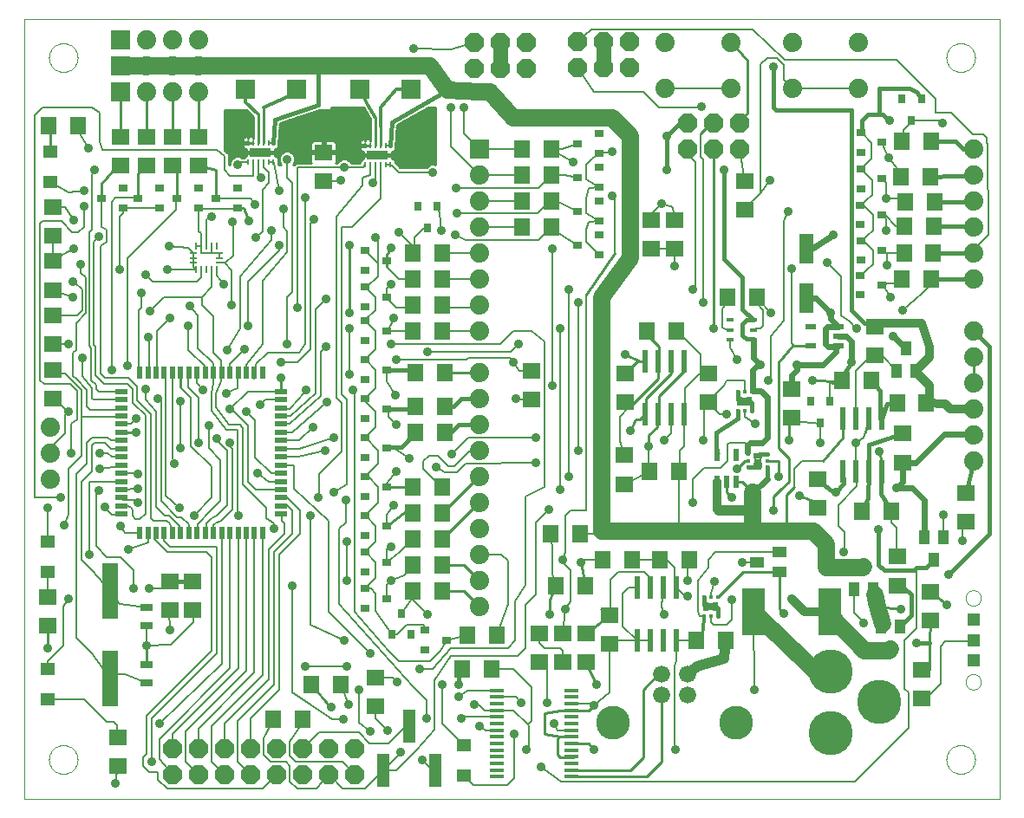
<source format=gtl>
G75*
%MOIN*%
%OFA0B0*%
%FSLAX24Y24*%
%IPPOS*%
%LPD*%
%AMOC8*
5,1,8,0,0,1.08239X$1,22.5*
%
%ADD10C,0.0000*%
%ADD11C,0.1700*%
%ADD12R,0.0591X0.2165*%
%ADD13R,0.0472X0.0315*%
%ADD14R,0.0740X0.0740*%
%ADD15C,0.0740*%
%ADD16R,0.0354X0.0315*%
%ADD17R,0.0315X0.0354*%
%ADD18R,0.0906X0.1811*%
%ADD19R,0.0394X0.0551*%
%ADD20R,0.0630X0.0710*%
%ADD21R,0.0240X0.0870*%
%ADD22R,0.0551X0.1181*%
%ADD23R,0.0710X0.0630*%
%ADD24OC8,0.0740*%
%ADD25R,0.0551X0.0472*%
%ADD26R,0.0470X0.0220*%
%ADD27R,0.0220X0.0470*%
%ADD28R,0.0515X0.0515*%
%ADD29R,0.0768X0.0768*%
%ADD30R,0.0138X0.0118*%
%ADD31R,0.0374X0.0236*%
%ADD32R,0.0118X0.0138*%
%ADD33R,0.0236X0.0374*%
%ADD34R,0.0550X0.0137*%
%ADD35R,0.0110X0.0197*%
%ADD36R,0.0787X0.0354*%
%ADD37R,0.0276X0.0157*%
%ADD38R,0.0413X0.0236*%
%ADD39R,0.0098X0.0264*%
%ADD40R,0.0264X0.0098*%
%ADD41R,0.0709X0.0630*%
%ADD42C,0.0660*%
%ADD43C,0.1300*%
%ADD44R,0.0217X0.0472*%
%ADD45R,0.0551X0.0394*%
%ADD46R,0.0470X0.1300*%
%ADD47C,0.0100*%
%ADD48C,0.0080*%
%ADD49C,0.0160*%
%ADD50C,0.0240*%
%ADD51C,0.0357*%
%ADD52C,0.0070*%
%ADD53C,0.0660*%
%ADD54C,0.0400*%
%ADD55C,0.0320*%
%ADD56C,0.0560*%
%ADD57C,0.0120*%
%ADD58C,0.0110*%
D10*
X000321Y001061D02*
X037817Y001061D01*
X037817Y031031D01*
X000321Y031031D01*
X000321Y001061D01*
X001266Y002561D02*
X001268Y002608D01*
X001274Y002654D01*
X001284Y002700D01*
X001297Y002745D01*
X001315Y002788D01*
X001336Y002830D01*
X001360Y002870D01*
X001388Y002907D01*
X001419Y002942D01*
X001453Y002975D01*
X001489Y003004D01*
X001528Y003030D01*
X001569Y003053D01*
X001612Y003072D01*
X001656Y003088D01*
X001701Y003100D01*
X001747Y003108D01*
X001794Y003112D01*
X001840Y003112D01*
X001887Y003108D01*
X001933Y003100D01*
X001978Y003088D01*
X002022Y003072D01*
X002065Y003053D01*
X002106Y003030D01*
X002145Y003004D01*
X002181Y002975D01*
X002215Y002942D01*
X002246Y002907D01*
X002274Y002870D01*
X002298Y002830D01*
X002319Y002788D01*
X002337Y002745D01*
X002350Y002700D01*
X002360Y002654D01*
X002366Y002608D01*
X002368Y002561D01*
X002366Y002514D01*
X002360Y002468D01*
X002350Y002422D01*
X002337Y002377D01*
X002319Y002334D01*
X002298Y002292D01*
X002274Y002252D01*
X002246Y002215D01*
X002215Y002180D01*
X002181Y002147D01*
X002145Y002118D01*
X002106Y002092D01*
X002065Y002069D01*
X002022Y002050D01*
X001978Y002034D01*
X001933Y002022D01*
X001887Y002014D01*
X001840Y002010D01*
X001794Y002010D01*
X001747Y002014D01*
X001701Y002022D01*
X001656Y002034D01*
X001612Y002050D01*
X001569Y002069D01*
X001528Y002092D01*
X001489Y002118D01*
X001453Y002147D01*
X001419Y002180D01*
X001388Y002215D01*
X001360Y002252D01*
X001336Y002292D01*
X001315Y002334D01*
X001297Y002377D01*
X001284Y002422D01*
X001274Y002468D01*
X001268Y002514D01*
X001266Y002561D01*
X001266Y029561D02*
X001268Y029608D01*
X001274Y029654D01*
X001284Y029700D01*
X001297Y029745D01*
X001315Y029788D01*
X001336Y029830D01*
X001360Y029870D01*
X001388Y029907D01*
X001419Y029942D01*
X001453Y029975D01*
X001489Y030004D01*
X001528Y030030D01*
X001569Y030053D01*
X001612Y030072D01*
X001656Y030088D01*
X001701Y030100D01*
X001747Y030108D01*
X001794Y030112D01*
X001840Y030112D01*
X001887Y030108D01*
X001933Y030100D01*
X001978Y030088D01*
X002022Y030072D01*
X002065Y030053D01*
X002106Y030030D01*
X002145Y030004D01*
X002181Y029975D01*
X002215Y029942D01*
X002246Y029907D01*
X002274Y029870D01*
X002298Y029830D01*
X002319Y029788D01*
X002337Y029745D01*
X002350Y029700D01*
X002360Y029654D01*
X002366Y029608D01*
X002368Y029561D01*
X002366Y029514D01*
X002360Y029468D01*
X002350Y029422D01*
X002337Y029377D01*
X002319Y029334D01*
X002298Y029292D01*
X002274Y029252D01*
X002246Y029215D01*
X002215Y029180D01*
X002181Y029147D01*
X002145Y029118D01*
X002106Y029092D01*
X002065Y029069D01*
X002022Y029050D01*
X001978Y029034D01*
X001933Y029022D01*
X001887Y029014D01*
X001840Y029010D01*
X001794Y029010D01*
X001747Y029014D01*
X001701Y029022D01*
X001656Y029034D01*
X001612Y029050D01*
X001569Y029069D01*
X001528Y029092D01*
X001489Y029118D01*
X001453Y029147D01*
X001419Y029180D01*
X001388Y029215D01*
X001360Y029252D01*
X001336Y029292D01*
X001315Y029334D01*
X001297Y029377D01*
X001284Y029422D01*
X001274Y029468D01*
X001268Y029514D01*
X001266Y029561D01*
X035766Y029561D02*
X035768Y029608D01*
X035774Y029654D01*
X035784Y029700D01*
X035797Y029745D01*
X035815Y029788D01*
X035836Y029830D01*
X035860Y029870D01*
X035888Y029907D01*
X035919Y029942D01*
X035953Y029975D01*
X035989Y030004D01*
X036028Y030030D01*
X036069Y030053D01*
X036112Y030072D01*
X036156Y030088D01*
X036201Y030100D01*
X036247Y030108D01*
X036294Y030112D01*
X036340Y030112D01*
X036387Y030108D01*
X036433Y030100D01*
X036478Y030088D01*
X036522Y030072D01*
X036565Y030053D01*
X036606Y030030D01*
X036645Y030004D01*
X036681Y029975D01*
X036715Y029942D01*
X036746Y029907D01*
X036774Y029870D01*
X036798Y029830D01*
X036819Y029788D01*
X036837Y029745D01*
X036850Y029700D01*
X036860Y029654D01*
X036866Y029608D01*
X036868Y029561D01*
X036866Y029514D01*
X036860Y029468D01*
X036850Y029422D01*
X036837Y029377D01*
X036819Y029334D01*
X036798Y029292D01*
X036774Y029252D01*
X036746Y029215D01*
X036715Y029180D01*
X036681Y029147D01*
X036645Y029118D01*
X036606Y029092D01*
X036565Y029069D01*
X036522Y029050D01*
X036478Y029034D01*
X036433Y029022D01*
X036387Y029014D01*
X036340Y029010D01*
X036294Y029010D01*
X036247Y029014D01*
X036201Y029022D01*
X036156Y029034D01*
X036112Y029050D01*
X036069Y029069D01*
X036028Y029092D01*
X035989Y029118D01*
X035953Y029147D01*
X035919Y029180D01*
X035888Y029215D01*
X035860Y029252D01*
X035836Y029292D01*
X035815Y029334D01*
X035797Y029377D01*
X035784Y029422D01*
X035774Y029468D01*
X035768Y029514D01*
X035766Y029561D01*
X036506Y008775D02*
X036508Y008809D01*
X036514Y008843D01*
X036524Y008876D01*
X036537Y008907D01*
X036555Y008937D01*
X036575Y008965D01*
X036599Y008990D01*
X036625Y009012D01*
X036653Y009030D01*
X036684Y009046D01*
X036716Y009058D01*
X036750Y009066D01*
X036784Y009070D01*
X036818Y009070D01*
X036852Y009066D01*
X036886Y009058D01*
X036918Y009046D01*
X036948Y009030D01*
X036977Y009012D01*
X037003Y008990D01*
X037027Y008965D01*
X037047Y008937D01*
X037065Y008907D01*
X037078Y008876D01*
X037088Y008843D01*
X037094Y008809D01*
X037096Y008775D01*
X037094Y008741D01*
X037088Y008707D01*
X037078Y008674D01*
X037065Y008643D01*
X037047Y008613D01*
X037027Y008585D01*
X037003Y008560D01*
X036977Y008538D01*
X036949Y008520D01*
X036918Y008504D01*
X036886Y008492D01*
X036852Y008484D01*
X036818Y008480D01*
X036784Y008480D01*
X036750Y008484D01*
X036716Y008492D01*
X036684Y008504D01*
X036653Y008520D01*
X036625Y008538D01*
X036599Y008560D01*
X036575Y008585D01*
X036555Y008613D01*
X036537Y008643D01*
X036524Y008674D01*
X036514Y008707D01*
X036508Y008741D01*
X036506Y008775D01*
X036506Y005547D02*
X036508Y005581D01*
X036514Y005615D01*
X036524Y005648D01*
X036537Y005679D01*
X036555Y005709D01*
X036575Y005737D01*
X036599Y005762D01*
X036625Y005784D01*
X036653Y005802D01*
X036684Y005818D01*
X036716Y005830D01*
X036750Y005838D01*
X036784Y005842D01*
X036818Y005842D01*
X036852Y005838D01*
X036886Y005830D01*
X036918Y005818D01*
X036948Y005802D01*
X036977Y005784D01*
X037003Y005762D01*
X037027Y005737D01*
X037047Y005709D01*
X037065Y005679D01*
X037078Y005648D01*
X037088Y005615D01*
X037094Y005581D01*
X037096Y005547D01*
X037094Y005513D01*
X037088Y005479D01*
X037078Y005446D01*
X037065Y005415D01*
X037047Y005385D01*
X037027Y005357D01*
X037003Y005332D01*
X036977Y005310D01*
X036949Y005292D01*
X036918Y005276D01*
X036886Y005264D01*
X036852Y005256D01*
X036818Y005252D01*
X036784Y005252D01*
X036750Y005256D01*
X036716Y005264D01*
X036684Y005276D01*
X036653Y005292D01*
X036625Y005310D01*
X036599Y005332D01*
X036575Y005357D01*
X036555Y005385D01*
X036537Y005415D01*
X036524Y005446D01*
X036514Y005479D01*
X036508Y005513D01*
X036506Y005547D01*
X035766Y002561D02*
X035768Y002608D01*
X035774Y002654D01*
X035784Y002700D01*
X035797Y002745D01*
X035815Y002788D01*
X035836Y002830D01*
X035860Y002870D01*
X035888Y002907D01*
X035919Y002942D01*
X035953Y002975D01*
X035989Y003004D01*
X036028Y003030D01*
X036069Y003053D01*
X036112Y003072D01*
X036156Y003088D01*
X036201Y003100D01*
X036247Y003108D01*
X036294Y003112D01*
X036340Y003112D01*
X036387Y003108D01*
X036433Y003100D01*
X036478Y003088D01*
X036522Y003072D01*
X036565Y003053D01*
X036606Y003030D01*
X036645Y003004D01*
X036681Y002975D01*
X036715Y002942D01*
X036746Y002907D01*
X036774Y002870D01*
X036798Y002830D01*
X036819Y002788D01*
X036837Y002745D01*
X036850Y002700D01*
X036860Y002654D01*
X036866Y002608D01*
X036868Y002561D01*
X036866Y002514D01*
X036860Y002468D01*
X036850Y002422D01*
X036837Y002377D01*
X036819Y002334D01*
X036798Y002292D01*
X036774Y002252D01*
X036746Y002215D01*
X036715Y002180D01*
X036681Y002147D01*
X036645Y002118D01*
X036606Y002092D01*
X036565Y002069D01*
X036522Y002050D01*
X036478Y002034D01*
X036433Y002022D01*
X036387Y002014D01*
X036340Y002010D01*
X036294Y002010D01*
X036247Y002014D01*
X036201Y002022D01*
X036156Y002034D01*
X036112Y002050D01*
X036069Y002069D01*
X036028Y002092D01*
X035989Y002118D01*
X035953Y002147D01*
X035919Y002180D01*
X035888Y002215D01*
X035860Y002252D01*
X035836Y002292D01*
X035815Y002334D01*
X035797Y002377D01*
X035784Y002422D01*
X035774Y002468D01*
X035768Y002514D01*
X035766Y002561D01*
D11*
X033167Y004774D03*
X031317Y005955D03*
X031317Y003593D03*
D12*
X003617Y005668D03*
X003617Y009054D03*
D13*
X005017Y008416D03*
X005017Y007707D03*
X005017Y006216D03*
X005017Y005507D03*
D14*
X017817Y026061D03*
X004017Y028261D03*
X004017Y029261D03*
X004017Y030261D03*
D15*
X005017Y030261D03*
X006017Y030261D03*
X007017Y030261D03*
X007017Y029261D03*
X007017Y028261D03*
X006017Y028261D03*
X005017Y028261D03*
X005017Y029261D03*
X006017Y029261D03*
X017817Y025061D03*
X017817Y024061D03*
X017817Y023061D03*
X017817Y022061D03*
X017817Y021061D03*
X017817Y020061D03*
X017817Y019061D03*
X017817Y017461D03*
X017817Y016461D03*
X017817Y015461D03*
X017817Y014461D03*
X017817Y013461D03*
X017817Y012461D03*
X017817Y011461D03*
X017817Y010461D03*
X017817Y009461D03*
X017817Y008461D03*
X001317Y013361D03*
X001317Y014361D03*
X001317Y015361D03*
X024937Y028371D03*
X024937Y030151D03*
X027497Y030151D03*
X027497Y028371D03*
X029837Y028371D03*
X029837Y030151D03*
X032397Y030151D03*
X032397Y028371D03*
X036817Y026061D03*
X036817Y025061D03*
X036817Y024061D03*
X036817Y023061D03*
X036817Y022061D03*
X036817Y021061D03*
X036817Y019061D03*
X036817Y018061D03*
X036817Y017061D03*
X036817Y016061D03*
X036817Y015061D03*
X036817Y014061D03*
D16*
X032463Y020437D03*
X032463Y021185D03*
X032473Y021767D03*
X032473Y022515D03*
X032463Y023137D03*
X033290Y023511D03*
X032463Y023885D03*
X032473Y024527D03*
X032473Y025275D03*
X032473Y025927D03*
X033300Y026301D03*
X032473Y026675D03*
X033300Y024901D03*
X033300Y022141D03*
X033290Y020811D03*
X022410Y021987D03*
X022410Y022735D03*
X022410Y023287D03*
X022410Y024035D03*
X022410Y024587D03*
X022410Y025335D03*
X022410Y025887D03*
X022410Y026635D03*
X021584Y026261D03*
X021584Y024961D03*
X021584Y023661D03*
X021584Y022361D03*
X014250Y021761D03*
X013423Y021387D03*
X013423Y020735D03*
X014250Y020361D03*
X013423Y019987D03*
X013423Y019435D03*
X014250Y019061D03*
X013423Y018687D03*
X013423Y017935D03*
X013423Y017187D03*
X014250Y017561D03*
X013423Y016435D03*
X013423Y015687D03*
X013423Y014935D03*
X014250Y014561D03*
X013423Y014187D03*
X013423Y013435D03*
X014250Y013061D03*
X013423Y012687D03*
X013423Y011935D03*
X013423Y011187D03*
X013423Y010535D03*
X014250Y010161D03*
X013423Y009787D03*
X013423Y009135D03*
X013423Y008387D03*
X014250Y008761D03*
X015723Y007535D03*
X015723Y006787D03*
X016550Y007161D03*
X014250Y011561D03*
X014250Y016061D03*
X013423Y022135D03*
X008510Y023787D03*
X007684Y024161D03*
X007010Y023787D03*
X006184Y024161D03*
X005510Y023787D03*
X004684Y024161D03*
X004110Y023787D03*
X003284Y024161D03*
X004110Y024535D03*
X005510Y024535D03*
X007010Y024535D03*
X008510Y024535D03*
D17*
X015443Y023855D03*
X016191Y023855D03*
X015817Y023028D03*
X030543Y016355D03*
X031291Y016355D03*
X030917Y015528D03*
X034427Y027158D03*
X034801Y027985D03*
X034053Y027985D03*
X014817Y008194D03*
X015191Y007368D03*
X014443Y007368D03*
D18*
X028360Y008261D03*
X031273Y008261D03*
D19*
X032213Y009118D03*
X032961Y009118D03*
X032587Y009984D03*
X034903Y011114D03*
X035651Y011114D03*
X035277Y010248D03*
X033991Y007694D03*
X033243Y007694D03*
X033617Y006828D03*
X033843Y017528D03*
X034591Y017528D03*
X034217Y018394D03*
D20*
X032877Y017161D03*
X031757Y017161D03*
X033877Y016271D03*
X034997Y016271D03*
X033637Y012111D03*
X032517Y012111D03*
X027277Y007161D03*
X026157Y007161D03*
X025877Y010261D03*
X024757Y010261D03*
X023677Y010261D03*
X022557Y010261D03*
X021877Y009261D03*
X020757Y009261D03*
X020557Y011261D03*
X021677Y011261D03*
X024357Y013661D03*
X025477Y013661D03*
X025377Y019061D03*
X024257Y019061D03*
X027357Y020361D03*
X028477Y020361D03*
X034047Y021041D03*
X034137Y022061D03*
X034157Y023081D03*
X034197Y024021D03*
X035317Y024021D03*
X035277Y023081D03*
X035257Y022061D03*
X035167Y021041D03*
X035147Y024991D03*
X034027Y024991D03*
X034057Y026341D03*
X035177Y026341D03*
X020577Y026061D03*
X019457Y026061D03*
X019457Y025061D03*
X019457Y024061D03*
X019457Y023061D03*
X020577Y023061D03*
X020577Y024061D03*
X020577Y025061D03*
X016377Y022061D03*
X016377Y021061D03*
X016377Y020061D03*
X016377Y019061D03*
X015257Y019061D03*
X015257Y020061D03*
X015257Y021061D03*
X015257Y022061D03*
X015357Y017461D03*
X016477Y017461D03*
X016477Y016161D03*
X016477Y015131D03*
X015357Y015131D03*
X015357Y016161D03*
X015257Y013061D03*
X016377Y013061D03*
X016377Y012061D03*
X016377Y011061D03*
X016377Y010061D03*
X016377Y009061D03*
X015257Y009061D03*
X015257Y010061D03*
X015257Y011061D03*
X015257Y012061D03*
X017357Y007361D03*
X018477Y007361D03*
X018277Y006061D03*
X017157Y006061D03*
X012477Y005461D03*
X011357Y005461D03*
X011017Y004101D03*
X009897Y004101D03*
X002367Y026961D03*
X001247Y026961D03*
D21*
X023867Y009191D03*
X024367Y009191D03*
X024867Y009191D03*
X025367Y009191D03*
X025367Y007131D03*
X024867Y007131D03*
X024367Y007131D03*
X023867Y007131D03*
X031767Y013631D03*
X032267Y013631D03*
X032767Y013631D03*
X033267Y013631D03*
X033267Y015691D03*
X032767Y015691D03*
X032267Y015691D03*
X031767Y015691D03*
X025667Y015831D03*
X025167Y015831D03*
X024667Y015831D03*
X024167Y015831D03*
X024167Y017891D03*
X024667Y017891D03*
X025167Y017891D03*
X025667Y017891D03*
D22*
X030367Y020326D03*
X030367Y022216D03*
D23*
X028017Y023701D03*
X028017Y024821D03*
X033017Y019221D03*
X033017Y018101D03*
X029817Y016821D03*
X029817Y015701D03*
X030807Y013351D03*
X030807Y012231D03*
X033877Y010371D03*
X033877Y009251D03*
X035157Y009021D03*
X035157Y007901D03*
X034817Y006021D03*
X034817Y004901D03*
X036517Y011701D03*
X036517Y012821D03*
X034097Y013981D03*
X034097Y015101D03*
X026617Y016301D03*
X026617Y017421D03*
X023417Y017421D03*
X023417Y016301D03*
X023377Y014271D03*
X023377Y013151D03*
X022817Y008121D03*
X022817Y007001D03*
X021917Y007421D03*
X021917Y006301D03*
X020117Y006301D03*
X020117Y007421D03*
X013817Y005721D03*
X013817Y004601D03*
X006797Y008301D03*
X005917Y008301D03*
X005917Y009421D03*
X006797Y009421D03*
X001217Y008821D03*
X001217Y007701D03*
X003917Y003421D03*
X003917Y002301D03*
X001407Y016441D03*
X001407Y017561D03*
X001407Y020611D03*
X001407Y021731D03*
X001407Y022701D03*
X001407Y023821D03*
X004017Y025401D03*
X005017Y025401D03*
X006017Y025401D03*
X007017Y025401D03*
X007017Y026521D03*
X006017Y026521D03*
X005017Y026521D03*
X004017Y026521D03*
D24*
X017617Y029161D03*
X018617Y029161D03*
X019617Y029161D03*
X019617Y030161D03*
X018617Y030161D03*
X017617Y030161D03*
X021587Y030171D03*
X022587Y030171D03*
X023587Y030171D03*
X023587Y029171D03*
X022587Y029171D03*
X021587Y029171D03*
X025817Y027061D03*
X026817Y027061D03*
X027817Y027061D03*
X027817Y026061D03*
X026817Y026061D03*
X025817Y026061D03*
X013021Y002975D03*
X012021Y002975D03*
X011021Y002975D03*
X010021Y002975D03*
X009021Y002975D03*
X008021Y002975D03*
X007021Y002975D03*
X006021Y002975D03*
X006021Y001975D03*
X007021Y001975D03*
X008021Y001975D03*
X009021Y001975D03*
X010021Y001975D03*
X011021Y001975D03*
X012021Y001975D03*
X013021Y001975D03*
D25*
X017227Y001941D03*
X017227Y003122D03*
X001217Y004871D03*
X001217Y006052D03*
X001217Y009771D03*
X001217Y010952D03*
X001307Y024771D03*
X001307Y025952D03*
D26*
X004046Y016723D03*
X004046Y016409D03*
X004046Y016094D03*
X004046Y015779D03*
X004046Y015464D03*
X004046Y015149D03*
X004046Y014834D03*
X004046Y014519D03*
X004046Y014204D03*
X004046Y013889D03*
X004046Y013574D03*
X004046Y013259D03*
X004046Y012944D03*
X004046Y012629D03*
X004046Y012314D03*
X004046Y011999D03*
X010188Y011999D03*
X010188Y012314D03*
X010188Y012629D03*
X010188Y012944D03*
X010188Y013259D03*
X010188Y013574D03*
X010188Y013889D03*
X010188Y014204D03*
X010188Y014519D03*
X010188Y014834D03*
X010188Y015149D03*
X010188Y015464D03*
X010188Y015779D03*
X010188Y016094D03*
X010188Y016409D03*
X010188Y016723D03*
D27*
X009479Y017432D03*
X009164Y017432D03*
X008849Y017432D03*
X008534Y017432D03*
X008219Y017432D03*
X007904Y017432D03*
X007589Y017432D03*
X007274Y017432D03*
X006959Y017432D03*
X006644Y017432D03*
X006329Y017432D03*
X006014Y017432D03*
X005699Y017432D03*
X005384Y017432D03*
X005069Y017432D03*
X004754Y017432D03*
X004754Y011290D03*
X005069Y011290D03*
X005384Y011290D03*
X005699Y011290D03*
X006014Y011290D03*
X006329Y011290D03*
X006644Y011290D03*
X006959Y011290D03*
X007274Y011290D03*
X007589Y011290D03*
X007904Y011290D03*
X008219Y011290D03*
X008534Y011290D03*
X008849Y011290D03*
X009164Y011290D03*
X009479Y011290D03*
D28*
X036817Y007949D03*
X036817Y007161D03*
X036817Y006374D03*
D29*
X015185Y028361D03*
X013217Y028361D03*
X010785Y028361D03*
X008817Y028361D03*
D30*
X028166Y014317D03*
X028166Y014061D03*
X028166Y013805D03*
X028887Y013805D03*
X028887Y014061D03*
X028887Y014317D03*
D31*
X028525Y014242D03*
X028525Y013876D03*
D32*
X028273Y015991D03*
X028017Y015991D03*
X027761Y015991D03*
X027761Y016712D03*
X028017Y016712D03*
X028273Y016712D03*
X026973Y008812D03*
X026717Y008812D03*
X026461Y008812D03*
X026461Y008091D03*
X026717Y008091D03*
X026973Y008091D03*
D33*
X026898Y008453D03*
X026532Y008453D03*
X027832Y016353D03*
X028198Y016353D03*
D34*
X021356Y005225D03*
X021356Y004969D03*
X021356Y004713D03*
X021356Y004457D03*
X021356Y004201D03*
X021356Y003945D03*
X021356Y003689D03*
X021356Y003433D03*
X021356Y003177D03*
X021356Y002921D03*
X021356Y002666D03*
X021356Y002410D03*
X021356Y002154D03*
X021356Y001898D03*
X018477Y001898D03*
X018477Y002154D03*
X018477Y002410D03*
X018477Y002666D03*
X018477Y002921D03*
X018477Y003177D03*
X018477Y003433D03*
X018477Y003689D03*
X018477Y003945D03*
X018477Y004201D03*
X018477Y004457D03*
X018477Y004713D03*
X018477Y004969D03*
X018477Y005225D03*
D35*
X014398Y025439D03*
X014201Y025439D03*
X014004Y025439D03*
X013807Y025439D03*
X013610Y025439D03*
X013414Y025439D03*
X013414Y026187D03*
X013610Y026187D03*
X013807Y026187D03*
X014004Y026187D03*
X014201Y026187D03*
X014398Y026187D03*
X009898Y026287D03*
X009701Y026287D03*
X009504Y026287D03*
X009307Y026287D03*
X009110Y026287D03*
X008914Y026287D03*
X008914Y025539D03*
X009110Y025539D03*
X009307Y025539D03*
X009504Y025539D03*
X009701Y025539D03*
X009898Y025539D03*
D36*
X009394Y025913D03*
X013894Y025813D03*
D37*
X027453Y019465D03*
X027453Y019091D03*
X027453Y018717D03*
X028354Y018717D03*
X028354Y019091D03*
X028354Y019465D03*
D38*
X030545Y019223D03*
X030545Y018479D03*
X031608Y018479D03*
X031608Y018853D03*
X031608Y019227D03*
D39*
X007714Y021401D03*
X007517Y021401D03*
X007321Y021401D03*
X007124Y021401D03*
X006927Y021401D03*
X006923Y022322D03*
X007120Y022322D03*
X007317Y022322D03*
X007514Y022322D03*
X007710Y022322D03*
D40*
X007813Y022058D03*
X007813Y021861D03*
X007813Y021664D03*
X006821Y021664D03*
X006821Y021861D03*
X006821Y022058D03*
D41*
X011817Y024810D03*
X011817Y025912D03*
X019817Y017512D03*
X019817Y016410D03*
X024417Y022210D03*
X025317Y022210D03*
X025317Y023312D03*
X024417Y023312D03*
X021017Y007412D03*
X021017Y006310D03*
X001407Y018550D03*
X001407Y019652D03*
D42*
X024825Y005841D03*
X025809Y005841D03*
X025809Y005061D03*
X024825Y005061D03*
D43*
X022947Y003991D03*
X027687Y003991D03*
D44*
X027691Y013249D03*
X027317Y013249D03*
X026943Y013249D03*
X026943Y014273D03*
X027691Y014273D03*
D45*
X029350Y010535D03*
X029350Y009787D03*
X028484Y010161D03*
D46*
X016117Y002161D03*
X014117Y002161D03*
X015117Y003861D03*
D47*
X018477Y004457D02*
X018582Y004461D01*
X020327Y004341D02*
X020327Y003541D01*
X020917Y003461D01*
X021428Y003461D01*
X021356Y003433D01*
X020889Y003433D01*
X020817Y003361D01*
X020817Y002761D01*
X020917Y002661D01*
X021452Y002661D01*
X021356Y002666D01*
X021356Y003177D02*
X022001Y003177D01*
X022217Y002961D01*
X021464Y002161D02*
X021356Y002154D01*
X021464Y002161D02*
X023617Y002161D01*
X024117Y002661D01*
X024117Y005261D01*
X024697Y005841D01*
X024825Y005841D01*
X024825Y005061D02*
X024825Y002469D01*
X024237Y001921D01*
X021513Y001921D01*
X021356Y001898D01*
X020917Y004461D02*
X020327Y004341D01*
X020917Y004461D02*
X021460Y004461D01*
X021356Y004457D01*
X021460Y004461D02*
X022017Y004461D01*
X022217Y004661D01*
X022317Y005461D02*
X021977Y006101D01*
X021917Y006301D01*
X021917Y007421D02*
X022817Y008121D01*
X021877Y009261D02*
X021717Y010161D01*
X020757Y009261D02*
X020517Y008721D01*
X020517Y008161D01*
X017817Y008461D02*
X017217Y009061D01*
X016377Y009061D01*
X016377Y010061D02*
X017217Y010061D01*
X017817Y009461D01*
X016377Y011061D02*
X017777Y012461D01*
X017817Y012461D01*
X017817Y013461D02*
X017777Y013461D01*
X016377Y012061D01*
X015257Y012061D02*
X015157Y012161D01*
X015117Y012161D01*
X014984Y012128D01*
X014250Y011561D01*
X014250Y013061D02*
X015257Y013061D01*
X017777Y014461D02*
X017817Y014461D01*
X017817Y017461D02*
X016477Y017461D01*
X012817Y019761D02*
X012817Y022361D01*
X014250Y021994D02*
X014250Y021528D01*
X014250Y021994D02*
X014417Y022261D01*
X014743Y025361D02*
X014642Y025462D01*
X014636Y025484D01*
X014597Y025508D01*
X014583Y025521D01*
X014583Y025591D01*
X014507Y025668D01*
X014438Y025668D01*
X014438Y025775D01*
X013932Y025775D01*
X013932Y025852D01*
X014438Y025852D01*
X014438Y025959D01*
X014507Y025959D01*
X014583Y026035D01*
X014583Y026085D01*
X014593Y026095D01*
X014637Y026968D01*
X015839Y027661D01*
X016117Y027661D01*
X016117Y025454D01*
X016078Y025470D01*
X015955Y025470D01*
X015842Y025423D01*
X015780Y025361D01*
X014743Y025361D01*
X014713Y025391D02*
X015810Y025391D01*
X016117Y025489D02*
X014628Y025489D01*
X014583Y025588D02*
X016117Y025588D01*
X016117Y025686D02*
X014438Y025686D01*
X014438Y025883D02*
X016117Y025883D01*
X016117Y025785D02*
X013932Y025785D01*
X013855Y025785D02*
X012321Y025785D01*
X012321Y025862D02*
X012117Y025862D01*
X012117Y025962D01*
X012321Y025962D01*
X012321Y026247D01*
X012311Y026285D01*
X012291Y026320D01*
X012263Y026347D01*
X012229Y026367D01*
X012191Y026377D01*
X011867Y026377D01*
X011867Y025962D01*
X011767Y025962D01*
X011767Y025862D01*
X011312Y025862D01*
X011312Y025578D01*
X011323Y025540D01*
X011335Y025518D01*
X010886Y025518D01*
X010883Y025521D01*
X010750Y025521D01*
X010690Y025461D01*
X010653Y025461D01*
X010678Y025487D01*
X010725Y025600D01*
X010725Y025723D01*
X010678Y025836D01*
X010591Y025923D01*
X010478Y025970D01*
X010355Y025970D01*
X010242Y025923D01*
X010155Y025836D01*
X010108Y025723D01*
X010108Y025600D01*
X010155Y025487D01*
X010180Y025461D01*
X010091Y025461D01*
X010083Y025502D01*
X010083Y025691D01*
X010007Y025768D01*
X009938Y025768D01*
X009938Y025875D01*
X009432Y025875D01*
X009432Y025952D01*
X009938Y025952D01*
X009938Y026059D01*
X010007Y026059D01*
X010083Y026135D01*
X010083Y026185D01*
X010093Y026195D01*
X010136Y027042D01*
X011650Y027561D01*
X012217Y027561D01*
X012217Y026370D01*
X012191Y026377D01*
X012117Y026377D01*
X012117Y027661D01*
X013365Y027661D01*
X013389Y027614D01*
X013394Y027612D01*
X013632Y027195D01*
X013632Y026436D01*
X013610Y026436D01*
X013535Y026436D01*
X013512Y026429D01*
X013488Y026436D01*
X013414Y026436D01*
X013414Y026336D01*
X013414Y026436D01*
X013339Y026436D01*
X013300Y026425D01*
X013266Y026406D01*
X013238Y026378D01*
X013219Y026344D01*
X013208Y026305D01*
X013208Y026187D01*
X013208Y026069D01*
X013219Y026031D01*
X013238Y025997D01*
X013266Y025969D01*
X013300Y025949D01*
X013339Y025939D01*
X013350Y025939D01*
X013350Y025852D01*
X013855Y025852D01*
X013855Y025775D01*
X013350Y025775D01*
X013350Y025668D01*
X013305Y025668D01*
X013228Y025591D01*
X013228Y025521D01*
X012884Y025521D01*
X012878Y025536D01*
X012791Y025623D01*
X012678Y025670D01*
X012555Y025670D01*
X012442Y025623D01*
X012355Y025536D01*
X012348Y025518D01*
X012298Y025518D01*
X012311Y025540D01*
X012321Y025578D01*
X012321Y025862D01*
X012321Y025982D02*
X013253Y025982D01*
X013208Y026080D02*
X012321Y026080D01*
X012321Y026179D02*
X013208Y026179D01*
X013208Y026187D02*
X013405Y026187D01*
X013414Y026187D01*
X013414Y026187D01*
X013610Y026187D01*
X013610Y026187D01*
X013414Y026187D01*
X013414Y026187D01*
X013208Y026187D01*
X013208Y026277D02*
X012313Y026277D01*
X012217Y026376D02*
X012197Y026376D01*
X013237Y026376D01*
X013414Y026376D02*
X013414Y026376D01*
X013414Y026336D02*
X013414Y026336D01*
X013610Y026336D02*
X013610Y026436D01*
X013610Y026336D01*
X013610Y026336D01*
X013610Y026376D02*
X013610Y026376D01*
X013632Y026474D02*
X012117Y026474D01*
X012117Y026573D02*
X013632Y026573D01*
X013632Y026671D02*
X012117Y026671D01*
X012117Y026770D02*
X013632Y026770D01*
X013632Y026868D02*
X012117Y026868D01*
X012117Y026967D02*
X013632Y026967D01*
X013632Y027065D02*
X012117Y027065D01*
X012117Y027164D02*
X013632Y027164D01*
X013594Y027262D02*
X012117Y027262D01*
X012117Y027361D02*
X013538Y027361D01*
X013482Y027459D02*
X012117Y027459D01*
X012117Y027558D02*
X013425Y027558D01*
X013368Y027656D02*
X012117Y027656D01*
X012217Y027558D02*
X011640Y027558D01*
X011353Y027459D02*
X012217Y027459D01*
X012217Y027361D02*
X011065Y027361D01*
X010778Y027262D02*
X012217Y027262D01*
X012217Y027164D02*
X010491Y027164D01*
X010204Y027065D02*
X012217Y027065D01*
X012217Y026967D02*
X010132Y026967D01*
X010127Y026868D02*
X012217Y026868D01*
X012217Y026770D02*
X010122Y026770D01*
X010117Y026671D02*
X012217Y026671D01*
X012217Y026573D02*
X010112Y026573D01*
X010107Y026474D02*
X012217Y026474D01*
X011867Y026376D02*
X011767Y026376D01*
X011767Y026377D02*
X011443Y026377D01*
X011404Y026367D01*
X011370Y026347D01*
X011342Y026320D01*
X011323Y026285D01*
X011312Y026247D01*
X011312Y025962D01*
X011767Y025962D01*
X011767Y026377D01*
X011767Y026277D02*
X011867Y026277D01*
X011867Y026179D02*
X011767Y026179D01*
X011767Y026080D02*
X011867Y026080D01*
X011867Y025982D02*
X011767Y025982D01*
X011767Y025883D02*
X010631Y025883D01*
X010699Y025785D02*
X011312Y025785D01*
X011312Y025686D02*
X010725Y025686D01*
X010720Y025588D02*
X011312Y025588D01*
X011312Y025982D02*
X009938Y025982D01*
X010028Y026080D02*
X011312Y026080D01*
X011312Y026179D02*
X010083Y026179D01*
X010098Y026277D02*
X011320Y026277D01*
X011437Y026376D02*
X010102Y026376D01*
X010203Y025883D02*
X009432Y025883D01*
X009355Y025883D02*
X008145Y025883D01*
X008125Y025900D02*
X008086Y025940D01*
X008074Y025940D01*
X008017Y025986D01*
X008017Y027561D01*
X008862Y027561D01*
X009132Y027291D01*
X009132Y026536D01*
X009110Y026536D01*
X009035Y026536D01*
X009012Y026529D01*
X008988Y026536D01*
X008914Y026536D01*
X008914Y026436D01*
X008914Y026536D01*
X008839Y026536D01*
X008800Y026525D01*
X008766Y026506D01*
X008738Y026478D01*
X008719Y026444D01*
X008708Y026405D01*
X008708Y026287D01*
X008708Y026169D01*
X008719Y026131D01*
X008738Y026097D01*
X008766Y026069D01*
X008800Y026049D01*
X008839Y026039D01*
X008850Y026039D01*
X008850Y025952D01*
X009355Y025952D01*
X009355Y025875D01*
X008850Y025875D01*
X008850Y025768D01*
X008805Y025768D01*
X008736Y025699D01*
X008715Y025699D01*
X008691Y025723D01*
X008578Y025770D01*
X008455Y025770D01*
X008342Y025723D01*
X008255Y025636D01*
X008208Y025523D01*
X008208Y025461D01*
X008171Y025461D01*
X008176Y025724D01*
X008183Y025733D01*
X008177Y025789D01*
X008178Y025845D01*
X008170Y025853D01*
X008168Y025865D01*
X008125Y025900D01*
X008177Y025785D02*
X008850Y025785D01*
X008850Y025982D02*
X008022Y025982D01*
X008017Y026080D02*
X008755Y026080D01*
X008708Y026179D02*
X008017Y026179D01*
X008017Y026277D02*
X008708Y026277D01*
X008708Y026287D02*
X008914Y026287D01*
X008914Y026287D01*
X009110Y026287D01*
X009110Y026287D01*
X008914Y026287D01*
X008914Y026287D01*
X008708Y026287D01*
X008708Y026376D02*
X008017Y026376D01*
X008017Y026474D02*
X008736Y026474D01*
X008914Y026474D02*
X008914Y026474D01*
X008914Y026436D02*
X008914Y026436D01*
X009110Y026436D02*
X009110Y026536D01*
X009110Y026436D01*
X009110Y026436D01*
X009110Y026474D02*
X009110Y026474D01*
X009132Y026573D02*
X008017Y026573D01*
X008017Y026671D02*
X009132Y026671D01*
X009132Y026770D02*
X008017Y026770D01*
X008017Y026868D02*
X009132Y026868D01*
X009132Y026967D02*
X008017Y026967D01*
X008017Y027065D02*
X009132Y027065D01*
X009132Y027164D02*
X008017Y027164D01*
X008017Y027262D02*
X009132Y027262D01*
X009063Y027361D02*
X008017Y027361D01*
X008017Y027459D02*
X008964Y027459D01*
X008866Y027558D02*
X008017Y027558D01*
X007017Y028261D02*
X007017Y026521D01*
X006017Y026521D02*
X006017Y028261D01*
X005017Y028261D02*
X005017Y026521D01*
X004017Y026521D02*
X004017Y028261D01*
X001317Y026961D02*
X001307Y025952D01*
X001317Y026961D02*
X001247Y026961D01*
X003284Y024728D02*
X003917Y025461D01*
X003917Y025401D01*
X004017Y025401D01*
X004684Y025128D02*
X005017Y025461D01*
X005017Y025401D01*
X004684Y025128D02*
X004684Y024161D01*
X003284Y024161D02*
X003284Y024728D01*
X006017Y025401D02*
X006017Y025461D01*
X006184Y025294D01*
X006184Y024161D01*
X007017Y025401D02*
X007684Y025234D01*
X007684Y024161D01*
X008510Y023787D02*
X008737Y023785D01*
X008957Y023281D01*
X008208Y025489D02*
X008171Y025489D01*
X008173Y025588D02*
X008235Y025588D01*
X008175Y025686D02*
X008306Y025686D01*
X009938Y025785D02*
X010134Y025785D01*
X010108Y025686D02*
X010083Y025686D01*
X010083Y025588D02*
X010113Y025588D01*
X010085Y025489D02*
X010154Y025489D01*
X010679Y025489D02*
X010718Y025489D01*
X012117Y025883D02*
X013350Y025883D01*
X013350Y025686D02*
X012321Y025686D01*
X012321Y025588D02*
X012407Y025588D01*
X012826Y025588D02*
X013228Y025588D01*
X014530Y025982D02*
X016117Y025982D01*
X016117Y026080D02*
X014583Y026080D01*
X014598Y026179D02*
X016117Y026179D01*
X016117Y026277D02*
X014603Y026277D01*
X014607Y026376D02*
X016117Y026376D01*
X016117Y026474D02*
X014612Y026474D01*
X014617Y026573D02*
X016117Y026573D01*
X016117Y026671D02*
X014622Y026671D01*
X014627Y026770D02*
X016117Y026770D01*
X016117Y026868D02*
X014632Y026868D01*
X014637Y026967D02*
X016117Y026967D01*
X016117Y027065D02*
X014805Y027065D01*
X014976Y027164D02*
X016117Y027164D01*
X016117Y027262D02*
X015147Y027262D01*
X015318Y027361D02*
X016117Y027361D01*
X016117Y027459D02*
X015489Y027459D01*
X015660Y027558D02*
X016117Y027558D01*
X016117Y027656D02*
X015831Y027656D01*
X023017Y022061D02*
X021917Y020461D01*
X024257Y019061D02*
X024257Y018921D01*
X024717Y018461D01*
X024717Y017941D01*
X024667Y017891D01*
X024667Y017211D01*
X023617Y016161D01*
X023557Y016161D01*
X023417Y016301D01*
X023817Y015661D02*
X023617Y015221D01*
X023817Y015661D02*
X023997Y015661D01*
X024167Y015831D01*
X024217Y015881D01*
X024217Y016461D01*
X025167Y017411D01*
X025167Y017891D01*
X025667Y017891D02*
X025667Y017511D01*
X024717Y016561D01*
X024717Y015881D01*
X024667Y015831D01*
X024647Y015361D01*
X024327Y015041D01*
X024327Y014611D01*
X026943Y014273D02*
X027017Y014347D01*
X027717Y013761D02*
X028017Y014061D01*
X028166Y014061D01*
X028887Y014061D02*
X029317Y014061D01*
X029317Y013461D01*
X029717Y013261D02*
X029387Y012931D01*
X029117Y012681D01*
X029117Y012161D01*
X029617Y012761D02*
X029617Y011461D01*
X029717Y011361D01*
X030807Y012231D02*
X030557Y012561D01*
X030117Y012711D01*
X029917Y013061D02*
X029617Y012761D01*
X029717Y013261D02*
X029717Y014161D01*
X029317Y014561D01*
X029317Y017861D01*
X029835Y018479D01*
X029917Y018479D01*
X030545Y018479D01*
X030617Y017161D02*
X031657Y017101D01*
X031757Y017161D01*
X031347Y017061D01*
X031767Y015691D02*
X031777Y014951D01*
X031017Y014061D01*
X029717Y014861D02*
X029717Y015501D01*
X029817Y015701D01*
X029926Y015592D01*
X028217Y016261D02*
X027817Y016261D01*
X027817Y016461D01*
X028217Y016461D01*
X028217Y016261D01*
X028217Y016329D02*
X027817Y016329D01*
X027817Y016427D02*
X028217Y016427D01*
X026817Y019161D02*
X026817Y026061D01*
X026317Y026661D02*
X026717Y027061D01*
X026817Y027061D01*
X027817Y027061D02*
X028117Y027461D01*
X028117Y029461D01*
X027527Y030151D01*
X027497Y030151D01*
X023417Y018161D02*
X023987Y017891D01*
X024167Y017891D01*
X023987Y017891D02*
X023887Y017891D01*
X023417Y017421D01*
X027317Y013249D02*
X027317Y012861D01*
X027517Y012661D01*
X027691Y013249D02*
X027929Y013249D01*
X028317Y012861D01*
X027948Y009787D02*
X026973Y008812D01*
X027948Y009787D02*
X029350Y009787D01*
X029350Y008348D01*
X029527Y008171D01*
X028717Y008005D02*
X028360Y008261D01*
X033127Y008461D02*
X034007Y008351D01*
X035157Y007901D02*
X035117Y007061D01*
X035117Y006021D01*
X034817Y006021D01*
X035777Y008521D02*
X035157Y009061D01*
X035157Y009021D01*
X033257Y013871D02*
X033257Y014111D01*
X033197Y014411D01*
X032657Y015161D02*
X032747Y015591D01*
X032767Y015691D01*
X036817Y017061D02*
X036817Y018061D01*
X010177Y017241D02*
X010177Y016813D01*
X006317Y016871D02*
X006317Y017420D01*
X005117Y017479D02*
X005069Y017432D01*
X004704Y015149D02*
X004046Y015149D01*
X004073Y014861D02*
X004046Y014834D01*
X004607Y015151D02*
X004704Y015149D01*
X004093Y012361D02*
X004046Y012314D01*
X001217Y007701D02*
X001217Y006861D01*
X005017Y006961D02*
X005017Y006216D01*
D48*
X005017Y005507D02*
X004171Y005861D01*
X003617Y005861D01*
X003424Y005668D01*
X003617Y005668D01*
X002917Y006661D01*
X002317Y007261D01*
X002317Y013561D01*
X002717Y013961D01*
X002717Y014761D01*
X002917Y014961D01*
X003517Y014961D01*
X003644Y014834D01*
X004046Y014834D01*
X004046Y014519D02*
X003659Y014519D01*
X003417Y014761D01*
X003017Y014761D01*
X002917Y014661D01*
X002917Y013661D01*
X002517Y013261D01*
X002517Y010261D01*
X002917Y009861D01*
X003617Y009054D01*
X003978Y008554D01*
X005017Y008416D01*
X005017Y007707D02*
X005017Y006961D01*
X005947Y006971D01*
X006817Y007861D01*
X006797Y008301D01*
X005917Y008301D02*
X005877Y008301D01*
X005917Y007561D01*
X007517Y006761D02*
X005017Y004261D01*
X005017Y002771D01*
X004877Y002631D01*
X004877Y002321D01*
X005127Y002071D01*
X005427Y002071D01*
X005457Y002041D01*
X005457Y001791D01*
X005807Y001441D01*
X009488Y001441D01*
X010021Y001975D01*
X009797Y002471D02*
X010377Y002471D01*
X010517Y002311D01*
X010517Y001721D01*
X010807Y001451D01*
X011528Y001451D01*
X011538Y001461D01*
X012021Y001975D01*
X012043Y001975D01*
X012557Y001461D01*
X013417Y001461D01*
X014117Y002161D01*
X014767Y002811D01*
X014767Y002841D01*
X014327Y003191D02*
X013597Y003191D01*
X013187Y003601D01*
X011648Y003601D01*
X011021Y002975D01*
X010517Y002721D02*
X010757Y002471D01*
X012535Y002471D01*
X013021Y001975D01*
X013930Y001975D02*
X014117Y002161D01*
X014617Y002161D01*
X015417Y002961D01*
X016097Y003711D01*
X016097Y005611D01*
X016717Y006561D01*
X019297Y006561D01*
X019567Y006831D01*
X019567Y008511D01*
X019977Y008921D01*
X019977Y011681D01*
X020477Y012181D01*
X021117Y011961D02*
X021317Y012161D01*
X021917Y012161D01*
X021917Y020461D01*
X021617Y020161D02*
X021617Y014461D01*
X021247Y013461D02*
X021247Y020661D01*
X020617Y022211D02*
X020617Y016961D01*
X019817Y016410D02*
X019168Y016410D01*
X019217Y016461D01*
X019365Y017512D02*
X019117Y017861D01*
X018967Y018011D01*
X017377Y018011D01*
X017327Y017961D01*
X014617Y017961D01*
X014250Y017561D02*
X014250Y017128D01*
X014567Y016581D01*
X014250Y016061D02*
X014217Y016061D01*
X014317Y015961D01*
X014317Y015761D01*
X014617Y015431D01*
X013817Y015329D02*
X013817Y015961D01*
X013423Y016355D01*
X013423Y016435D01*
X013817Y016829D01*
X013817Y017561D01*
X013443Y017935D01*
X013423Y017935D01*
X013817Y018329D01*
X013817Y019042D01*
X013423Y019435D01*
X013423Y019468D01*
X013817Y019861D01*
X013817Y020342D01*
X013423Y020735D01*
X013491Y020735D01*
X013917Y021161D01*
X013917Y021642D01*
X013917Y022561D01*
X013817Y022661D01*
X013423Y022135D02*
X013917Y021642D01*
X014250Y021528D02*
X014717Y021061D01*
X015257Y021061D01*
X014417Y020861D02*
X014250Y020694D01*
X014250Y020361D01*
X014250Y020328D01*
X014617Y019961D01*
X015157Y019961D01*
X015257Y020061D01*
X014517Y019561D02*
X014417Y019294D01*
X014250Y019061D01*
X015257Y019061D01*
X015817Y018261D02*
X019017Y018261D01*
X019317Y018561D01*
X019117Y019061D02*
X019817Y019061D01*
X020317Y018661D01*
X020317Y013061D01*
X019587Y012681D01*
X019597Y009291D01*
X019197Y008641D01*
X019187Y007141D01*
X019197Y007131D01*
X018927Y006861D01*
X016717Y006861D01*
X016007Y006061D01*
X015517Y006061D01*
X015917Y006361D02*
X016317Y006761D01*
X016417Y006928D01*
X016550Y007161D01*
X016950Y007261D01*
X017357Y007361D01*
X018477Y007361D02*
X018907Y008541D01*
X018907Y010201D01*
X018657Y010461D01*
X017817Y010461D01*
X015257Y010061D02*
X015257Y010001D01*
X014917Y009661D01*
X014417Y009461D01*
X014247Y009291D01*
X014247Y008764D01*
X014250Y008761D01*
X014350Y008861D01*
X013817Y008961D02*
X013817Y008294D01*
X014443Y007368D01*
X014643Y007387D01*
X015017Y007761D01*
X015697Y007761D01*
X015723Y007535D01*
X015817Y008161D02*
X015217Y008761D01*
X015217Y009021D01*
X015257Y009061D01*
X015217Y008761D02*
X014817Y008194D01*
X015817Y008161D02*
X015917Y008261D01*
X014317Y006761D02*
X014717Y006361D01*
X015917Y006361D01*
X016397Y005461D02*
X016397Y003952D01*
X017227Y003122D01*
X017817Y003861D02*
X018045Y003689D01*
X018477Y003689D01*
X018477Y004201D02*
X017156Y004201D01*
X017117Y004161D01*
X017617Y004681D02*
X017817Y004661D01*
X018021Y004457D01*
X018477Y004457D01*
X019121Y004457D01*
X019667Y003911D01*
X019817Y004061D01*
X019817Y005361D01*
X019117Y006061D01*
X018277Y006061D01*
X018477Y005225D02*
X017353Y005225D01*
X017017Y004981D01*
X015797Y004861D02*
X015797Y004161D01*
X015797Y004861D02*
X015257Y005371D01*
X012417Y008561D01*
X012017Y008261D02*
X013617Y006661D01*
X014317Y006761D02*
X013017Y008261D01*
X013017Y011161D01*
X012717Y010941D02*
X012717Y009461D01*
X013423Y009135D02*
X013643Y009135D01*
X013817Y008961D01*
X013423Y009135D02*
X013817Y009529D01*
X013817Y010161D01*
X013443Y010535D01*
X013423Y010535D01*
X013817Y010929D01*
X013817Y011561D01*
X013443Y011935D01*
X013423Y011935D01*
X013917Y012429D01*
X013917Y013061D01*
X013543Y013435D01*
X013423Y013435D01*
X013917Y013929D01*
X013917Y014461D01*
X013443Y014935D01*
X013423Y014935D01*
X013817Y015329D01*
X014250Y014594D02*
X014484Y014594D01*
X015117Y014161D01*
X014617Y013661D02*
X014250Y013194D01*
X014250Y013061D01*
X014517Y012361D02*
X014250Y011994D01*
X014250Y011561D01*
X014417Y010761D02*
X014250Y010694D01*
X014250Y010161D01*
X014750Y010561D01*
X015257Y011061D01*
X016357Y013061D02*
X015657Y013761D01*
X015657Y014051D01*
X015867Y014261D01*
X016207Y014261D01*
X016617Y013851D01*
X016847Y013851D01*
X017447Y014451D01*
X017807Y014451D01*
X017817Y014461D01*
X017397Y014961D02*
X016747Y014311D01*
X017297Y013961D02*
X016947Y013611D01*
X016467Y013611D01*
X016137Y013811D01*
X016357Y013061D02*
X016377Y013061D01*
X017297Y013961D02*
X019997Y013971D01*
X019967Y014961D02*
X017397Y014961D01*
X019365Y017512D02*
X019817Y017512D01*
X018617Y018561D02*
X019117Y019061D01*
X018617Y018561D02*
X014417Y018561D01*
X012827Y019131D02*
X012827Y017381D01*
X012517Y016611D02*
X012517Y023061D01*
X012917Y023061D01*
X014017Y024161D01*
X014017Y025427D01*
X014004Y025439D01*
X013807Y025439D02*
X013807Y024852D01*
X013717Y024761D01*
X013617Y025061D02*
X013617Y025433D01*
X013610Y025439D01*
X013414Y025439D02*
X013336Y025361D01*
X012617Y025361D01*
X012614Y025358D01*
X010814Y025358D01*
X010817Y025361D01*
X010814Y025358D02*
X010814Y020064D01*
X010817Y019961D01*
X010417Y020361D02*
X010417Y018531D01*
X010887Y018211D02*
X011117Y018561D01*
X011117Y024191D01*
X010617Y024761D02*
X010417Y024961D01*
X010417Y025661D01*
X009917Y025520D02*
X009898Y025539D01*
X009701Y025539D01*
X009517Y025527D02*
X009504Y025539D01*
X009517Y025527D02*
X009517Y025361D01*
X009717Y025161D01*
X009717Y024761D01*
X009497Y024481D01*
X009497Y022881D01*
X009217Y022661D01*
X009817Y022561D02*
X009817Y022901D01*
X009817Y022561D02*
X008617Y021161D01*
X008617Y019161D01*
X008107Y018301D01*
X008219Y017764D02*
X008797Y018331D01*
X009217Y017771D02*
X009217Y017485D01*
X009164Y017432D01*
X009164Y017209D01*
X009217Y017771D02*
X009687Y018211D01*
X010887Y018211D01*
X011717Y018261D02*
X011917Y018461D01*
X011717Y018261D02*
X011707Y016531D01*
X010519Y015464D01*
X010188Y015464D01*
X010188Y015779D02*
X010534Y015779D01*
X011517Y016631D01*
X011137Y016781D02*
X010877Y016451D01*
X010517Y016061D01*
X010220Y016061D01*
X010188Y016094D01*
X010188Y016409D02*
X009569Y016409D01*
X009367Y016211D01*
X008909Y016723D02*
X008227Y016041D01*
X008097Y016641D02*
X008347Y016771D01*
X008517Y016861D01*
X008517Y017415D01*
X008534Y017432D01*
X008219Y017432D02*
X008219Y017764D01*
X007917Y017445D02*
X007904Y017432D01*
X007617Y017460D02*
X007589Y017432D01*
X007317Y017475D02*
X007274Y017432D01*
X007217Y017490D01*
X007017Y017490D02*
X006959Y017432D01*
X006717Y017360D02*
X006644Y017432D01*
X006617Y017405D01*
X006617Y016881D01*
X007017Y016481D01*
X007017Y014761D01*
X006717Y015061D02*
X006717Y016471D01*
X006317Y016871D01*
X006317Y017420D02*
X006329Y017432D01*
X006017Y017430D02*
X006014Y017432D01*
X006014Y014164D01*
X006087Y013931D01*
X006317Y014561D02*
X006327Y016341D01*
X005747Y017415D02*
X005699Y017432D01*
X005417Y017464D02*
X005384Y017432D01*
X005417Y017464D02*
X005417Y019051D01*
X005927Y019561D01*
X005137Y019821D02*
X005677Y020361D01*
X007147Y020361D01*
X007117Y021161D02*
X007117Y021394D01*
X007124Y021401D01*
X006927Y021401D02*
X006077Y021401D01*
X005817Y021401D01*
X006821Y021507D02*
X006927Y021401D01*
X006821Y021507D02*
X006821Y021664D01*
X006821Y021861D01*
X006821Y022058D01*
X006617Y022261D01*
X005867Y022321D01*
X006923Y022322D02*
X007120Y022322D01*
X007113Y022825D01*
X007013Y022885D01*
X007010Y023787D01*
X007184Y023761D01*
X008517Y023761D01*
X008620Y023798D01*
X008737Y023785D01*
X007517Y023461D02*
X007317Y023361D01*
X007317Y022322D01*
X007514Y022322D02*
X007514Y022064D01*
X007517Y022061D01*
X007117Y022061D01*
X007117Y022315D01*
X007120Y022322D01*
X007514Y022322D02*
X007517Y022321D01*
X007517Y022061D02*
X007810Y022061D01*
X007813Y022058D01*
X007813Y021861D01*
X007813Y021664D02*
X008014Y021664D01*
X008297Y021371D01*
X008297Y020041D01*
X007977Y020861D02*
X007714Y021164D01*
X007714Y021401D01*
X007517Y021400D02*
X007517Y021401D01*
X008917Y020961D02*
X008917Y019251D01*
X010417Y020361D02*
X010617Y020561D01*
X010617Y024761D01*
X010117Y024461D02*
X009917Y025520D01*
X009307Y025539D02*
X009307Y025071D01*
X009417Y024961D01*
X009117Y025011D02*
X009117Y025533D01*
X009110Y025539D01*
X008914Y025539D02*
X008595Y025539D01*
X008517Y025461D01*
X008227Y025011D02*
X008007Y025251D01*
X008017Y025781D01*
X007717Y026021D01*
X003317Y026021D01*
X003217Y026361D01*
X003217Y027461D01*
X002917Y027661D01*
X001017Y027661D01*
X000717Y027361D01*
X000717Y012661D01*
X001717Y012661D01*
X001217Y012261D02*
X001207Y011952D01*
X001217Y010952D01*
X001837Y011571D02*
X002017Y011981D01*
X002017Y013761D01*
X002517Y014261D01*
X002517Y015791D01*
X002547Y015761D01*
X004028Y015761D01*
X004046Y015779D01*
X004014Y016061D02*
X004046Y016094D01*
X003999Y016361D02*
X004046Y016409D01*
X004046Y016723D02*
X004017Y016753D01*
X004717Y017470D02*
X004754Y017432D01*
X004717Y017470D02*
X004717Y019861D01*
X004817Y019961D01*
X004827Y020501D01*
X002917Y023461D02*
X002917Y025061D01*
X003017Y025261D01*
X002617Y024461D02*
X002007Y024371D01*
X001307Y024771D01*
X002787Y026091D02*
X002387Y026731D01*
X002397Y026671D01*
X002367Y026961D01*
X004110Y023787D02*
X005510Y023787D01*
X008227Y025011D02*
X009117Y025011D01*
X009110Y026287D02*
X008914Y026287D01*
X009701Y026287D02*
X009898Y026287D01*
X011817Y025912D02*
X012268Y025912D01*
X012517Y026161D01*
X012917Y026161D01*
X013414Y026187D02*
X013610Y026187D01*
X014201Y026187D02*
X014398Y026187D01*
X014398Y025439D02*
X014498Y025380D01*
X014717Y025161D01*
X016017Y025161D01*
X016917Y024561D02*
X020077Y024561D01*
X020577Y025061D01*
X021084Y025061D01*
X021584Y024961D01*
X021917Y024881D02*
X022410Y024587D01*
X022010Y024555D01*
X021917Y024161D01*
X021917Y023581D01*
X022410Y023287D01*
X022010Y023255D01*
X021917Y022961D01*
X021917Y022481D01*
X022410Y021987D01*
X023017Y022061D02*
X023017Y024161D01*
X022917Y024261D01*
X021917Y024881D02*
X021917Y025461D01*
X022143Y025687D01*
X022410Y025887D01*
X022443Y025887D01*
X022917Y025961D01*
X021584Y026261D02*
X020984Y026061D01*
X020577Y026061D01*
X020717Y025961D01*
X021417Y025561D01*
X020784Y024061D02*
X021584Y023661D01*
X020784Y024061D02*
X020577Y024061D01*
X020527Y024061D01*
X020037Y023571D01*
X016957Y023571D01*
X016947Y023581D01*
X016267Y023579D02*
X016347Y022911D01*
X016867Y022761D02*
X017297Y022561D01*
X020097Y022561D01*
X020577Y023001D01*
X020577Y023061D01*
X020484Y023061D01*
X021584Y022361D01*
X020677Y023901D02*
X020577Y024061D01*
X019457Y024061D02*
X017817Y024061D01*
X017817Y023061D02*
X019457Y023061D01*
X017817Y022061D02*
X016377Y022061D01*
X016377Y021061D02*
X017817Y021061D01*
X017817Y020061D02*
X017717Y019961D01*
X016517Y019961D01*
X016417Y020061D01*
X016377Y020061D01*
X016377Y019061D02*
X017817Y019061D01*
X020917Y019161D02*
X020917Y012961D01*
X021117Y011961D02*
X021117Y010561D01*
X021017Y010261D01*
X021017Y010161D01*
X021317Y009861D01*
X021317Y008661D01*
X021117Y008361D01*
X021017Y007412D01*
X020817Y007512D01*
X020917Y006861D02*
X020317Y006861D01*
X020117Y007061D01*
X020117Y007421D01*
X020917Y006861D02*
X021017Y006761D01*
X021017Y006310D01*
X020417Y006001D02*
X020117Y006301D01*
X020417Y006001D02*
X020417Y004761D01*
X020667Y003931D02*
X020829Y003689D01*
X021356Y003689D01*
X021356Y004713D02*
X022165Y004713D01*
X022217Y004661D01*
X022817Y005161D01*
X022817Y007001D01*
X023147Y007131D01*
X023867Y007131D01*
X023317Y007681D01*
X023317Y008961D01*
X023547Y009191D01*
X023867Y009191D01*
X024367Y009191D02*
X024367Y009541D01*
X024137Y009771D01*
X023137Y009771D01*
X022837Y009471D01*
X022837Y008141D01*
X022817Y008121D01*
X022477Y008361D01*
X023867Y007131D02*
X024367Y007131D01*
X025367Y007131D02*
X025377Y006331D01*
X025327Y006171D01*
X025327Y002981D01*
X025357Y002951D01*
X028367Y005261D02*
X028360Y008261D01*
X027517Y007961D02*
X027517Y008701D01*
X026917Y008561D02*
X026517Y008561D01*
X026517Y008361D01*
X026917Y008361D01*
X026917Y008561D01*
X026917Y008519D02*
X026517Y008519D01*
X026517Y008440D02*
X026917Y008440D01*
X026917Y008362D02*
X026517Y008362D01*
X026461Y008091D02*
X026287Y008091D01*
X026217Y008261D01*
X026217Y009461D01*
X026617Y009961D01*
X026617Y010261D01*
X026887Y010531D01*
X029346Y010531D01*
X029350Y010535D01*
X029376Y010561D01*
X028484Y010161D02*
X027917Y010161D01*
X026837Y009401D02*
X026717Y008961D01*
X026717Y008812D01*
X026717Y008091D02*
X026717Y007861D01*
X026817Y007761D01*
X027317Y007761D01*
X027517Y007961D01*
X026417Y007547D02*
X026157Y007161D01*
X025367Y007131D01*
X024917Y008161D02*
X024817Y008461D01*
X024867Y009191D01*
X025317Y009241D02*
X025367Y009191D01*
X025387Y009191D01*
X025717Y008861D01*
X025817Y008861D01*
X025817Y009461D02*
X025817Y010201D01*
X025877Y010261D01*
X025317Y009961D02*
X025317Y009241D01*
X025317Y009961D02*
X025017Y010261D01*
X024757Y010261D01*
X023677Y010261D01*
X023517Y011361D02*
X023457Y011401D01*
X022517Y011361D02*
X022417Y011261D01*
X021677Y011261D01*
X021817Y010261D02*
X021717Y010161D01*
X021817Y010261D02*
X022557Y010261D01*
X020617Y010761D02*
X020617Y009701D01*
X020757Y009261D01*
X020617Y010761D02*
X020557Y011101D01*
X020557Y011261D01*
X023377Y013151D02*
X023837Y013381D01*
X024357Y013661D01*
X024297Y013851D01*
X024317Y013981D01*
X024327Y014611D01*
X024917Y014861D02*
X025167Y015111D01*
X025167Y015831D01*
X025667Y015831D02*
X025717Y015881D01*
X025717Y016861D01*
X026277Y017421D01*
X026317Y017421D01*
X026317Y018161D01*
X025417Y019061D01*
X025377Y019061D01*
X026417Y020161D02*
X026417Y025661D01*
X026317Y025761D01*
X026317Y026661D01*
X025817Y026061D02*
X025817Y025861D01*
X026117Y025561D01*
X026117Y020761D01*
X026017Y020661D01*
X025317Y021551D02*
X025317Y022210D01*
X024417Y022210D01*
X024417Y023312D02*
X024417Y023561D01*
X024817Y023961D01*
X025265Y023812D01*
X025317Y023312D01*
X027957Y023701D02*
X028617Y024361D01*
X028967Y024851D01*
X028617Y024361D02*
X028617Y029301D01*
X028867Y029551D01*
X029237Y029551D01*
X029507Y029281D01*
X029507Y028701D01*
X029837Y028371D01*
X032397Y028371D01*
X033867Y029461D02*
X035357Y027971D01*
X035357Y027461D01*
X035347Y027451D01*
X035937Y027451D01*
X036777Y026611D01*
X037187Y026611D01*
X037317Y026481D01*
X037317Y026271D01*
X037347Y026241D01*
X037367Y022751D01*
X036677Y022061D01*
X035257Y022061D01*
X035367Y021041D02*
X034817Y020491D01*
X034067Y019841D01*
X033607Y020331D02*
X033317Y020848D01*
X033924Y020918D01*
X034047Y021041D01*
X033497Y021581D02*
X033497Y022034D01*
X033300Y022141D01*
X033470Y022061D01*
X034137Y022061D01*
X034157Y023081D02*
X034147Y023091D01*
X033827Y023091D01*
X033417Y023501D01*
X033290Y023511D01*
X033457Y023384D01*
X033457Y022901D01*
X032947Y022919D02*
X032947Y023511D01*
X032583Y023875D01*
X032463Y023885D01*
X032907Y024269D01*
X032907Y024861D01*
X032493Y025275D01*
X032473Y025275D01*
X032897Y025679D01*
X032897Y026291D01*
X032513Y026675D01*
X032473Y026675D01*
X033300Y026301D02*
X033397Y026044D01*
X033557Y025711D01*
X034027Y025111D01*
X034027Y024991D01*
X033457Y024744D02*
X033300Y024901D01*
X033457Y024744D02*
X033457Y024151D01*
X034067Y024151D01*
X034197Y024021D01*
X032947Y022919D02*
X032473Y022515D01*
X032583Y022525D01*
X032957Y022151D01*
X032957Y021619D01*
X032463Y021185D01*
X031717Y021141D02*
X031187Y021671D01*
X031717Y021141D02*
X031717Y019661D01*
X032037Y019421D01*
X032297Y019161D01*
X032317Y019161D01*
X032117Y019361D02*
X032037Y019421D01*
X031526Y018561D02*
X031608Y018479D01*
X032267Y017511D02*
X032767Y018011D01*
X032927Y018011D01*
X033017Y018101D01*
X033269Y018101D01*
X033843Y017528D01*
X032267Y017511D02*
X032267Y015691D01*
X032657Y015161D02*
X032587Y014941D01*
X032277Y014761D01*
X032267Y014611D01*
X032267Y013631D01*
X032317Y013581D01*
X032317Y013071D01*
X031607Y012361D01*
X031607Y011551D01*
X031837Y011321D01*
X031837Y010711D01*
X031827Y010561D01*
X032213Y009118D02*
X032213Y008617D01*
X032217Y008211D01*
X032477Y007941D01*
X032597Y007821D01*
X033243Y007694D02*
X033317Y007768D01*
X034157Y007141D02*
X034157Y005291D01*
X034307Y005141D01*
X034307Y003771D01*
X032237Y001701D01*
X020937Y001701D01*
X020187Y002291D01*
X019617Y002961D02*
X019717Y003061D01*
X019717Y003861D01*
X019667Y003911D01*
X019137Y003561D02*
X019137Y001831D01*
X018897Y001591D01*
X017576Y001591D01*
X017227Y001941D01*
X016117Y002161D02*
X016017Y002161D01*
X015617Y002561D01*
X015117Y003861D02*
X014997Y003861D01*
X014327Y003191D01*
X014297Y003671D02*
X013817Y004151D01*
X013817Y004601D01*
X013187Y003971D02*
X013607Y003661D01*
X013597Y003191D02*
X013607Y003181D01*
X013068Y003021D02*
X013021Y002975D01*
X013187Y003971D02*
X013187Y005251D01*
X012677Y004961D02*
X012477Y005461D01*
X012677Y004961D02*
X012797Y004681D01*
X012577Y004121D02*
X012147Y004121D01*
X011227Y004751D01*
X010617Y005141D01*
X010617Y009261D01*
X010117Y010461D02*
X010117Y005261D01*
X009017Y004161D01*
X009017Y002979D01*
X009021Y002975D01*
X009527Y002741D02*
X009797Y002471D01*
X009527Y002741D02*
X009527Y003391D01*
X009827Y003941D01*
X009897Y004101D01*
X010517Y003231D02*
X010517Y002721D01*
X010517Y003231D02*
X010947Y003881D01*
X011017Y004101D01*
X012087Y004541D02*
X012107Y004581D01*
X011357Y005461D01*
X012087Y004541D01*
X012717Y006161D02*
X011117Y006161D01*
X009917Y005461D02*
X008517Y004061D01*
X008517Y002479D01*
X009021Y001975D01*
X008021Y001975D02*
X007517Y002479D01*
X007517Y003861D01*
X009479Y005823D01*
X009479Y011290D01*
X009164Y011290D02*
X009164Y005909D01*
X007017Y003761D01*
X007017Y002979D01*
X007021Y002975D01*
X006517Y002479D02*
X007021Y001975D01*
X006517Y002479D02*
X006517Y003661D01*
X008849Y005994D01*
X008849Y011290D01*
X008534Y011290D02*
X008534Y006079D01*
X006017Y003561D01*
X006017Y002979D01*
X006021Y002975D01*
X005517Y003361D02*
X005517Y002579D01*
X006021Y001975D01*
X005217Y002471D02*
X005217Y004161D01*
X007717Y006661D01*
X007717Y010761D01*
X005917Y010761D01*
X005699Y010979D01*
X005699Y011290D01*
X005417Y011258D02*
X005384Y011290D01*
X005317Y011223D01*
X005317Y011061D01*
X005817Y010561D01*
X007317Y010561D01*
X007517Y010361D01*
X007517Y006761D01*
X007917Y006261D02*
X007917Y011278D01*
X007904Y011290D01*
X007617Y011318D02*
X007589Y011290D01*
X007317Y011333D02*
X007274Y011290D01*
X008219Y011290D02*
X008219Y006064D01*
X005517Y003361D01*
X005517Y003961D02*
X007917Y006261D01*
X009717Y005661D02*
X009717Y010661D01*
X010317Y011261D01*
X010317Y011661D01*
X010217Y011761D01*
X010217Y011970D01*
X010188Y011999D01*
X010188Y012314D02*
X010235Y012361D01*
X010417Y012361D01*
X010617Y012161D01*
X010617Y011261D01*
X009917Y010561D01*
X009917Y005461D01*
X009717Y005661D02*
X008017Y003961D01*
X008017Y002979D01*
X008021Y002975D01*
X003917Y003421D02*
X003887Y003451D01*
X003887Y003871D01*
X003757Y004001D01*
X003487Y004001D01*
X002617Y004871D01*
X001217Y004871D01*
X001217Y006052D02*
X001217Y006361D01*
X001817Y006961D01*
X001817Y008461D01*
X002017Y008761D01*
X001217Y008821D02*
X001217Y009771D01*
X002817Y010441D02*
X002817Y013261D01*
X004043Y013261D01*
X004046Y013259D01*
X004063Y012961D02*
X004046Y012944D01*
X004063Y012961D02*
X004667Y012971D01*
X004114Y012561D02*
X004046Y012629D01*
X004093Y012361D02*
X004417Y012271D01*
X004007Y011541D02*
X004188Y011290D01*
X004754Y011290D01*
X005069Y011290D02*
X005069Y010914D01*
X004317Y010661D01*
X004517Y009861D02*
X004517Y009161D01*
X005117Y009161D02*
X005657Y009161D01*
X005917Y009421D01*
X009617Y011861D02*
X009917Y011661D01*
X009917Y011461D01*
X009617Y011861D02*
X009617Y012261D01*
X008717Y013161D01*
X008717Y015361D01*
X008909Y016723D02*
X009894Y016723D01*
X009954Y016723D02*
X010188Y016723D01*
X010217Y016753D01*
X011417Y015361D02*
X010889Y014834D01*
X010188Y014834D01*
X010188Y015149D02*
X010604Y015149D01*
X011937Y016301D01*
X012317Y016471D02*
X012317Y023461D01*
X013317Y024661D01*
X013317Y024961D01*
X013617Y025061D01*
X014201Y025439D02*
X014398Y025439D01*
X012467Y024851D02*
X012425Y024810D01*
X011817Y024810D01*
X014717Y022861D02*
X015257Y022321D01*
X015257Y022061D01*
X015317Y022121D01*
X015317Y022661D01*
X015684Y023028D01*
X015817Y023028D01*
X016267Y023579D02*
X016191Y023855D01*
X017817Y025061D02*
X016717Y026161D01*
X016717Y027661D01*
X017217Y027661D02*
X017217Y026661D01*
X017817Y026061D01*
X019457Y026061D01*
X019457Y025061D02*
X017817Y025061D01*
X014250Y021761D02*
X014250Y021528D01*
X010117Y022161D02*
X008917Y020961D01*
X010117Y022161D02*
X010117Y022361D01*
X012517Y016611D02*
X012717Y016411D01*
X012717Y013161D01*
X012207Y012851D01*
X012017Y011761D02*
X012017Y008261D01*
X011317Y007761D02*
X012617Y007161D01*
X011317Y007761D02*
X011317Y011931D01*
X010917Y012161D02*
X010917Y011261D01*
X010117Y010461D01*
X012017Y011761D02*
X010689Y012989D01*
X010689Y013889D01*
X010188Y013889D01*
X010188Y014204D02*
X010859Y014204D01*
X011887Y014441D01*
X012217Y014961D02*
X010874Y014519D01*
X010188Y014519D01*
X009277Y013581D02*
X009719Y013259D01*
X010188Y013259D01*
X010170Y012961D02*
X010188Y012944D01*
X010170Y012961D02*
X009217Y012961D01*
X009017Y013161D01*
X010188Y012629D02*
X010220Y012661D01*
X010417Y012661D01*
X010917Y012161D01*
X012517Y016271D02*
X012317Y016471D01*
X004048Y015461D02*
X004046Y015464D01*
X004043Y015461D01*
X003517Y014361D02*
X003217Y014361D01*
X003517Y014361D02*
X003674Y014204D01*
X004046Y014204D01*
X004046Y013889D02*
X004018Y013861D01*
X003227Y013741D01*
X002017Y015961D02*
X001407Y016441D01*
X001407Y021731D02*
X001407Y022701D01*
X015287Y029901D02*
X016717Y029881D01*
X017617Y030161D01*
X021587Y030171D02*
X022117Y030661D01*
X028327Y030661D01*
X029547Y029491D01*
X033867Y029491D01*
X033867Y029461D01*
X034427Y027158D02*
X035520Y027148D01*
X035627Y027041D01*
X034430Y027131D02*
X034427Y027158D01*
X034430Y027131D02*
X034427Y027081D01*
X034127Y026781D01*
X034127Y026391D01*
X034057Y026341D01*
X029837Y028371D02*
X029827Y028361D01*
X027497Y028371D02*
X024937Y028371D01*
X024727Y027661D02*
X026317Y027661D01*
X026337Y027681D01*
X024727Y027661D02*
X024127Y028261D01*
X022217Y028261D01*
X021587Y029171D01*
X027817Y026061D02*
X028017Y024821D01*
X028017Y023701D02*
X027957Y023701D01*
X029517Y023291D02*
X029687Y023661D01*
X029517Y023291D02*
X029517Y019461D01*
X029017Y018861D01*
X029017Y017261D01*
X028917Y017161D01*
X028466Y016712D02*
X028273Y016712D01*
X028017Y016712D02*
X028017Y017161D01*
X027317Y017161D01*
X027217Y016961D01*
X026717Y016461D01*
X026447Y016401D01*
X026617Y016301D01*
X027057Y015861D01*
X027317Y015861D01*
X028017Y015761D02*
X028407Y015471D01*
X028017Y015761D02*
X028017Y015991D01*
X026717Y016461D02*
X026617Y016361D01*
X026617Y016301D01*
X026447Y016401D02*
X026447Y014961D01*
X026417Y014861D01*
X025667Y014611D02*
X025517Y014461D01*
X025517Y013701D01*
X025477Y013661D01*
X025477Y011391D01*
X025417Y011361D01*
X026017Y012461D02*
X026017Y013351D01*
X026447Y013781D01*
X027067Y013781D01*
X027337Y014051D01*
X027337Y014681D01*
X027417Y014761D01*
X028017Y014761D01*
X028117Y014661D01*
X028117Y014561D01*
X028417Y014261D02*
X028617Y014261D01*
X028617Y013761D01*
X028417Y013761D01*
X028417Y014261D01*
X028417Y014249D02*
X028617Y014249D01*
X028617Y014171D02*
X028417Y014171D01*
X028417Y014092D02*
X028617Y014092D01*
X028617Y014014D02*
X028417Y014014D01*
X028417Y013935D02*
X028617Y013935D01*
X028617Y013857D02*
X028417Y013857D01*
X028417Y013778D02*
X028617Y013778D01*
X029917Y013761D02*
X029917Y013061D01*
X029917Y013761D02*
X030217Y014061D01*
X031017Y014061D01*
X030917Y014761D02*
X030917Y015492D01*
X030917Y015528D01*
X030917Y015492D02*
X029926Y015592D01*
X029817Y016821D02*
X030017Y016921D01*
X031291Y017061D02*
X031291Y016355D01*
X031291Y017061D02*
X031347Y017061D01*
X029917Y018479D02*
X029817Y018579D01*
X029817Y021461D01*
X030367Y022216D02*
X030492Y022156D01*
X028477Y020361D02*
X028477Y020301D01*
X029017Y019761D01*
X028717Y019861D02*
X028717Y019261D01*
X028617Y019161D01*
X028425Y019161D01*
X028354Y019091D01*
X028354Y018717D02*
X028254Y018699D01*
X027453Y018717D02*
X027461Y018417D01*
X027717Y017961D01*
X026617Y017421D02*
X026317Y017421D01*
X025667Y015831D02*
X025667Y014611D01*
X023377Y014271D02*
X023217Y014821D01*
X023217Y015761D01*
X023557Y016101D01*
X023557Y016161D01*
X023417Y018161D02*
X023367Y018211D01*
X027147Y019191D02*
X027267Y019121D01*
X027503Y019091D01*
X027453Y019091D01*
X027147Y019191D02*
X027147Y019891D01*
X027357Y020221D01*
X027357Y020361D01*
X028477Y020361D02*
X028477Y020101D01*
X028717Y019861D01*
X033290Y020811D02*
X033317Y020848D01*
X033257Y013871D02*
X033307Y013821D01*
X033267Y013631D01*
X033637Y012111D02*
X033637Y011681D01*
X033847Y011471D01*
X033847Y010531D01*
X033877Y010371D01*
X034627Y009951D02*
X034627Y007611D01*
X034157Y007141D01*
X035547Y006921D02*
X035727Y007101D01*
X036757Y007101D01*
X036817Y007161D01*
X035547Y006921D02*
X035547Y005481D01*
X035117Y005051D01*
X035057Y005051D01*
X034817Y004901D01*
X033001Y008897D02*
X032961Y009118D01*
X034903Y011114D02*
X034877Y011140D01*
X035651Y011114D02*
X035651Y011967D01*
X035647Y011971D01*
X036377Y011561D02*
X036517Y011701D01*
X036377Y011561D02*
X036377Y010971D01*
X027017Y012161D02*
X026969Y012161D01*
X026943Y012187D01*
X019417Y004761D02*
X019209Y004969D01*
X018477Y004969D01*
X014637Y005561D02*
X014477Y005721D01*
X013817Y005721D01*
X003917Y002301D02*
X003877Y002101D01*
X003817Y001661D01*
D49*
X005917Y009421D02*
X006797Y009421D01*
X014250Y014561D02*
X014250Y014594D01*
X014827Y014591D01*
X015357Y015131D01*
X015357Y016061D02*
X014250Y016061D01*
X015357Y016061D02*
X015357Y016161D01*
X016477Y016161D02*
X016817Y016161D01*
X017117Y016461D01*
X017817Y016461D01*
X017817Y015461D02*
X017017Y015461D01*
X016517Y014961D01*
X016477Y015131D01*
X015357Y017461D02*
X015357Y017561D01*
X014250Y017561D01*
X014398Y026187D02*
X014443Y027087D01*
X016567Y028311D01*
X013414Y026187D02*
X013043Y026187D01*
X012917Y026161D01*
X011617Y027761D02*
X011617Y029261D01*
X011617Y027761D02*
X009943Y027187D01*
X009898Y026287D01*
X008914Y026287D02*
X008643Y026287D01*
X008417Y026261D01*
X025017Y026561D02*
X025017Y025261D01*
X025017Y026561D02*
X025517Y027061D01*
X025817Y027061D01*
X027217Y025261D02*
X027217Y021811D01*
X027927Y021101D01*
X027927Y019893D01*
X028354Y019465D01*
X028071Y019465D01*
X027927Y019321D01*
X027927Y018881D01*
X028077Y018731D01*
X028340Y018731D01*
X028354Y018717D01*
X027761Y016712D02*
X027761Y016424D01*
X027832Y016353D01*
X028198Y016353D01*
X028273Y016279D01*
X028273Y015991D01*
X027761Y015991D02*
X027761Y015675D01*
X026907Y015151D01*
X026917Y014299D01*
X026943Y014273D01*
X028166Y013805D02*
X028454Y013805D01*
X028525Y013876D01*
X028525Y014242D02*
X028599Y014317D01*
X028887Y014317D01*
X028887Y013805D02*
X028887Y013331D01*
X030807Y013351D02*
X031277Y012961D01*
X031527Y012861D01*
X031817Y013181D01*
X031767Y013631D01*
X032767Y013631D02*
X032757Y012611D01*
X032517Y012111D01*
X033247Y012781D02*
X033517Y012351D01*
X033527Y012271D01*
X033637Y012111D01*
X033247Y012781D02*
X033267Y013631D01*
X032767Y013631D02*
X032767Y014301D01*
X032787Y014681D01*
X033617Y014961D01*
X034097Y015101D01*
X033267Y015691D02*
X033217Y015691D01*
X033217Y016761D01*
X032877Y017161D01*
X032117Y017861D02*
X031717Y017201D01*
X031757Y017161D01*
X033467Y016261D02*
X033267Y015691D01*
X033467Y016261D02*
X033877Y016271D01*
X034997Y016271D02*
X035391Y016261D01*
X036817Y014061D02*
X036517Y012821D01*
X037417Y011261D02*
X035837Y009671D01*
X035277Y010248D02*
X034980Y009951D01*
X034627Y009951D01*
X034507Y009831D01*
X033377Y009831D01*
X033147Y010061D01*
X033147Y011421D01*
X033877Y009251D02*
X034147Y009161D01*
X034407Y008901D01*
X034417Y008120D01*
X033991Y007694D01*
X034617Y007061D02*
X035117Y007061D01*
X037417Y011261D02*
X037417Y018461D01*
X036817Y019061D01*
X036797Y021041D02*
X035367Y021041D01*
X035167Y021041D01*
X035257Y022061D02*
X036817Y022061D01*
X036817Y021061D02*
X036797Y021041D01*
X036817Y023061D02*
X036797Y023081D01*
X035277Y023081D01*
X035317Y024021D02*
X036777Y024021D01*
X036817Y024061D01*
X036777Y025021D02*
X036147Y025021D01*
X036017Y025001D01*
X035147Y024991D01*
X035177Y026341D02*
X036127Y026341D01*
X036427Y026041D01*
X036797Y026041D01*
X036817Y026061D01*
X036817Y025061D02*
X036777Y025021D01*
X033577Y027141D02*
X033329Y027389D01*
X033187Y027389D01*
X032744Y027389D01*
X032517Y027161D01*
X032517Y026719D01*
X032473Y026675D01*
X032117Y027561D02*
X029217Y027561D01*
X029117Y027661D01*
X029117Y029211D01*
X032117Y027561D02*
X032117Y019861D01*
X032617Y019361D01*
X033357Y019361D01*
X032877Y019261D01*
X033017Y019221D01*
X033357Y019361D01*
X033187Y027389D02*
X033187Y028341D01*
X033197Y028391D01*
X034347Y028381D01*
X034621Y028247D01*
X034801Y027985D01*
X026461Y008812D02*
X026461Y008524D01*
X026532Y008453D01*
X026898Y008453D02*
X026973Y008379D01*
X026973Y008091D01*
X017157Y006061D02*
X017017Y005961D01*
X017017Y005461D01*
D50*
X028117Y014367D02*
X028117Y014561D01*
X028117Y014661D02*
X028207Y014751D01*
X028697Y014751D01*
X028887Y014941D01*
X028887Y016501D01*
X028632Y016756D01*
X028317Y016756D01*
X028317Y016861D02*
X028317Y017561D01*
X028517Y017761D01*
X028617Y017761D01*
X028354Y018023D01*
X028354Y018717D01*
X030017Y017761D02*
X031017Y017761D01*
X031517Y018261D01*
X031517Y018388D01*
X031608Y018479D01*
X031590Y018461D01*
X031217Y018461D01*
X031117Y018561D01*
X031117Y019161D01*
X031183Y019227D01*
X031608Y019227D01*
X031317Y019519D01*
X031317Y019761D01*
X030762Y020316D01*
X030367Y020326D01*
X030492Y022156D02*
X031417Y022761D01*
X031608Y018853D02*
X031925Y018853D01*
X032117Y018661D01*
X032117Y017861D01*
X033717Y018861D02*
X034217Y018394D01*
X035667Y015081D02*
X036797Y015081D01*
X036817Y015061D01*
X035667Y015081D02*
X034567Y013981D01*
X034097Y013981D01*
X034097Y013251D01*
X033857Y013011D01*
X034447Y013011D01*
X034907Y012551D01*
X034907Y011118D01*
X034903Y011114D01*
X028887Y013331D02*
X028317Y012861D01*
X029817Y016821D02*
X029817Y017361D01*
X030017Y017561D01*
X030017Y017761D01*
X029817Y016961D02*
X029817Y016821D01*
D51*
X030617Y017161D03*
X030017Y017761D03*
X028917Y017161D03*
X028617Y017761D03*
X027717Y017961D03*
X026817Y019161D03*
X026417Y020161D03*
X026017Y020661D03*
X025317Y021551D03*
X024817Y023961D03*
X025017Y025261D03*
X025017Y026561D03*
X026337Y027681D03*
X029117Y029211D03*
X033577Y027141D03*
X033557Y025711D03*
X033457Y024151D03*
X033457Y022901D03*
X033497Y021581D03*
X033607Y020331D03*
X034067Y019841D03*
X033717Y018861D03*
X032317Y019161D03*
X031317Y019761D03*
X029817Y021461D03*
X031187Y021671D03*
X031417Y022761D03*
X029687Y023661D03*
X028967Y024851D03*
X027217Y025261D03*
X022917Y025961D03*
X021417Y025561D03*
X022917Y024261D03*
X020617Y022211D03*
X021247Y020661D03*
X021617Y020161D03*
X020917Y019161D03*
X019317Y018561D03*
X019117Y017861D03*
X020617Y016961D03*
X019217Y016461D03*
X019967Y014961D03*
X019997Y013971D03*
X021247Y013461D03*
X020917Y012961D03*
X020477Y012181D03*
X021017Y010261D03*
X021717Y010161D03*
X021117Y008361D03*
X020517Y008161D03*
X022317Y005461D03*
X022217Y004661D03*
X020667Y003931D03*
X020417Y004761D03*
X019417Y004761D03*
X019137Y003561D03*
X019617Y002961D03*
X020187Y002291D03*
X022217Y002961D03*
X025357Y002951D03*
X028367Y005261D03*
X029527Y008171D03*
X029817Y008761D03*
X027917Y010161D03*
X026837Y009401D03*
X027517Y008701D03*
X025817Y008861D03*
X025817Y009461D03*
X024917Y008161D03*
X029117Y012161D03*
X030117Y012711D03*
X029317Y013461D03*
X029717Y014861D03*
X030917Y014761D03*
X032277Y014761D03*
X033197Y014411D03*
X033857Y013011D03*
X035647Y011971D03*
X036377Y010971D03*
X035837Y009671D03*
X035777Y008521D03*
X034617Y007061D03*
X034007Y008351D03*
X032597Y007821D03*
X031827Y010561D03*
X033147Y011421D03*
X031527Y012861D03*
X028407Y015471D03*
X027317Y015861D03*
X026417Y014861D03*
X027717Y013761D03*
X027517Y012661D03*
X026017Y012461D03*
X024917Y014861D03*
X024327Y014611D03*
X023617Y015221D03*
X021617Y014461D03*
X023417Y018161D03*
X029017Y019761D03*
X032117Y017861D03*
X035627Y027041D03*
X017217Y027661D03*
X016717Y027661D03*
X015317Y026261D03*
X016017Y025161D03*
X016917Y024561D03*
X016947Y023581D03*
X016347Y022911D03*
X016867Y022761D03*
X014717Y022861D03*
X014417Y022261D03*
X013817Y022661D03*
X012817Y022361D03*
X011437Y023361D03*
X011117Y024191D03*
X010267Y023751D03*
X009817Y022901D03*
X009217Y022661D03*
X008957Y023281D03*
X008317Y023261D03*
X007517Y023461D03*
X005867Y022321D03*
X005817Y021401D03*
X004997Y021211D03*
X004827Y020501D03*
X005137Y019821D03*
X005927Y019561D03*
X006617Y019251D03*
X006677Y020021D03*
X007977Y020861D03*
X008297Y020041D03*
X008917Y019251D03*
X008797Y018331D03*
X008107Y018301D03*
X008097Y016641D03*
X008227Y016041D03*
X008857Y015941D03*
X009367Y016211D03*
X010177Y017241D03*
X010177Y017841D03*
X010417Y018531D03*
X010817Y019961D03*
X011927Y020291D03*
X012817Y019761D03*
X012827Y019131D03*
X011917Y018461D03*
X012827Y017381D03*
X012937Y016781D03*
X011937Y016301D03*
X011137Y016781D03*
X011417Y015361D03*
X012217Y014961D03*
X011887Y014441D03*
X012207Y012851D03*
X012697Y012541D03*
X011627Y012651D03*
X011317Y011931D03*
X009917Y011461D03*
X008537Y011931D03*
X006837Y011941D03*
X006297Y012251D03*
X004677Y012441D03*
X004667Y012971D03*
X004687Y013561D03*
X006087Y013931D03*
X006317Y014561D03*
X007017Y014761D03*
X007727Y014901D03*
X008217Y014761D03*
X007407Y015411D03*
X006327Y016341D03*
X005447Y016441D03*
X004977Y016821D03*
X004287Y017701D03*
X003667Y017551D03*
X002557Y018011D03*
X002015Y018550D03*
X002197Y020341D03*
X002177Y020951D03*
X002487Y021621D03*
X002207Y022221D03*
X003167Y022681D03*
X002217Y023301D03*
X002607Y023851D03*
X002617Y024461D03*
X003017Y025261D03*
X002787Y026091D03*
X003977Y021411D03*
X005097Y018801D03*
X007197Y016791D03*
X004627Y015671D03*
X004607Y015151D03*
X003217Y014361D03*
X003227Y013741D03*
X003167Y012921D03*
X003407Y012271D03*
X004007Y011541D03*
X004317Y010661D03*
X002817Y010441D03*
X001837Y011571D03*
X001217Y012261D03*
X001717Y012661D03*
X002117Y014361D03*
X002017Y015961D03*
X009277Y013581D03*
X012717Y010941D03*
X014417Y010761D03*
X014417Y009461D03*
X012717Y009461D03*
X010617Y009261D03*
X012617Y007161D03*
X013617Y006661D03*
X012717Y006161D03*
X013187Y005251D03*
X012797Y004681D03*
X012577Y004121D03*
X012107Y004581D03*
X013607Y003661D03*
X014297Y003671D03*
X014767Y002841D03*
X015617Y002561D03*
X015797Y004161D03*
X017017Y004981D03*
X017017Y005461D03*
X016397Y005461D03*
X015517Y006061D03*
X014637Y005561D03*
X017117Y004161D03*
X017617Y004681D03*
X017817Y003861D03*
X015817Y008161D03*
X011117Y006161D03*
X005917Y007561D03*
X005017Y006961D03*
X005117Y009161D03*
X004517Y009161D03*
X002017Y008761D03*
X001217Y006861D03*
X005517Y003961D03*
X005217Y002471D03*
X003817Y001661D03*
X014517Y012361D03*
X014617Y013661D03*
X015117Y014161D03*
X016137Y013811D03*
X016747Y014311D03*
X014617Y015431D03*
X014567Y016581D03*
X014617Y017961D03*
X014417Y018561D03*
X014517Y019561D03*
X014417Y020861D03*
X015817Y018261D03*
X010117Y022361D03*
X009187Y023911D03*
X010117Y024461D03*
X009417Y024961D03*
X008517Y025461D03*
X008417Y026261D03*
X008417Y027261D03*
X010417Y025661D03*
X012467Y024851D03*
X012617Y025361D03*
X012917Y026161D03*
X012617Y027361D03*
X015287Y029901D03*
X013717Y024761D03*
D52*
X011437Y023361D02*
X011327Y023181D01*
X011327Y018341D01*
X010827Y017841D01*
X010177Y017841D01*
X009497Y018561D02*
X008837Y017741D01*
X008847Y017434D01*
X008849Y017432D01*
X007904Y017432D02*
X007887Y017450D01*
X007887Y017901D01*
X007577Y018211D01*
X007577Y019621D01*
X007147Y020051D01*
X007147Y020361D01*
X007517Y020732D01*
X007517Y021401D01*
X007813Y021664D02*
X008050Y021664D01*
X008337Y021951D01*
X008337Y023241D01*
X008317Y023261D01*
X009187Y023911D02*
X009027Y024161D01*
X007684Y024161D01*
X006184Y024161D02*
X006137Y024114D01*
X006137Y023721D01*
X004287Y021841D01*
X004287Y017701D01*
X004317Y017241D02*
X004647Y016911D01*
X004647Y016381D01*
X005187Y015841D01*
X005187Y011861D01*
X005287Y011761D01*
X005787Y011761D01*
X005907Y011641D01*
X006007Y011298D01*
X006014Y011290D01*
X006329Y011290D02*
X006279Y011549D01*
X005867Y011951D01*
X005707Y011961D01*
X005377Y012291D01*
X005377Y015941D01*
X004977Y016421D01*
X004977Y016821D01*
X005447Y016441D02*
X005587Y016371D01*
X005587Y012501D01*
X006197Y011891D01*
X006357Y011891D01*
X006644Y011604D01*
X006644Y011290D01*
X006959Y011290D02*
X006967Y011298D01*
X006967Y011621D01*
X007477Y012131D01*
X007527Y012171D01*
X007857Y012501D01*
X007847Y014091D01*
X007407Y014531D01*
X007407Y015411D01*
X007527Y015981D02*
X007527Y016651D01*
X007567Y017061D01*
X007567Y017410D01*
X007589Y017432D01*
X007577Y017445D01*
X007577Y017801D01*
X006997Y018381D01*
X006997Y019651D01*
X006677Y020021D01*
X006957Y020951D02*
X005257Y020951D01*
X004997Y021211D01*
X003977Y021411D02*
X003967Y021421D01*
X003967Y023441D01*
X004110Y023585D01*
X004110Y023787D01*
X003827Y024171D02*
X003667Y024011D01*
X003667Y017551D01*
X003417Y017241D02*
X004317Y017241D01*
X004287Y017021D02*
X004487Y016821D01*
X004487Y016291D01*
X004517Y016261D01*
X004987Y015821D01*
X004987Y012021D01*
X004757Y011821D01*
X004597Y011821D01*
X004487Y011931D01*
X004477Y012161D01*
X004417Y012271D01*
X004677Y012441D02*
X004547Y012561D01*
X004114Y012561D01*
X004046Y011999D02*
X004018Y011971D01*
X003677Y011971D01*
X003407Y012241D01*
X003407Y012271D01*
X003067Y012641D02*
X003067Y010781D01*
X003487Y010361D01*
X004017Y010361D01*
X004517Y009861D01*
X006837Y011941D02*
X007507Y012661D01*
X007507Y013831D01*
X006717Y014621D01*
X006717Y015061D01*
X007727Y014901D02*
X007817Y014731D01*
X008117Y014431D01*
X008117Y012341D01*
X007707Y011931D01*
X007507Y011841D01*
X007327Y011661D01*
X007307Y011323D01*
X007274Y011290D01*
X007589Y011290D02*
X007607Y011308D01*
X007597Y011571D01*
X007657Y011631D01*
X007877Y011731D01*
X008327Y012181D01*
X008327Y014511D01*
X008217Y014621D01*
X008217Y014761D01*
X008097Y015261D02*
X007527Y015981D01*
X007697Y016121D02*
X007697Y016641D01*
X007867Y017121D01*
X007867Y017395D01*
X007904Y017432D01*
X007274Y017432D02*
X007267Y017440D01*
X007267Y017671D01*
X006617Y018321D01*
X006617Y019251D01*
X005097Y018801D02*
X005117Y018661D01*
X005117Y017479D01*
X005747Y017415D02*
X005747Y012701D01*
X006297Y012251D01*
X004687Y013561D02*
X004654Y013574D01*
X004046Y013574D01*
X003167Y012921D02*
X003077Y012771D01*
X003067Y012641D01*
X002117Y014361D02*
X002117Y015491D01*
X002337Y015651D01*
X002337Y016741D01*
X002067Y017011D01*
X001067Y017011D01*
X000927Y017151D01*
X000927Y023181D01*
X001017Y023271D01*
X001737Y023271D01*
X002157Y022851D01*
X002397Y022851D01*
X002607Y023061D01*
X002607Y023851D01*
X002917Y023461D02*
X002917Y022961D01*
X002827Y022861D01*
X002827Y018481D01*
X002887Y018391D01*
X002887Y017151D01*
X003067Y016971D01*
X003067Y016821D01*
X003177Y016711D01*
X004034Y016711D01*
X004046Y016723D01*
X004046Y016409D02*
X004039Y016401D01*
X002967Y016401D01*
X002907Y016461D01*
X002907Y016831D01*
X002557Y017311D01*
X002557Y018011D01*
X002317Y018321D02*
X002197Y018201D01*
X002197Y017321D01*
X002317Y017201D01*
X002717Y016781D01*
X002717Y016161D01*
X002857Y016021D01*
X003974Y016021D01*
X004046Y016094D01*
X004046Y015464D02*
X004419Y015464D01*
X004627Y015671D01*
X004287Y017021D02*
X003367Y017021D01*
X003047Y017341D01*
X003047Y018441D01*
X002987Y018501D01*
X002987Y022471D01*
X003167Y022651D01*
X003167Y022681D01*
X003467Y022491D02*
X003237Y022321D01*
X003237Y017421D01*
X003417Y017241D01*
X002517Y016771D02*
X001877Y017411D01*
X001557Y017411D01*
X001407Y017561D01*
X001407Y018550D02*
X002015Y018550D01*
X001997Y018551D01*
X002317Y018321D02*
X002317Y019351D01*
X002677Y019731D01*
X002677Y021101D01*
X002487Y021291D01*
X002487Y021621D01*
X002207Y022221D02*
X001497Y021821D01*
X001407Y021731D01*
X002177Y020951D02*
X002227Y020951D01*
X002537Y020641D01*
X002537Y019841D01*
X002347Y019651D01*
X001408Y019651D01*
X001407Y019652D01*
X001407Y020611D02*
X001407Y020611D01*
X002197Y020341D01*
X003467Y022491D02*
X003467Y022931D01*
X003284Y023054D01*
X003284Y024161D01*
X003827Y024171D02*
X004674Y024171D01*
X004684Y024161D01*
X002217Y023301D02*
X001867Y023821D01*
X001407Y023821D01*
X006957Y020951D02*
X007117Y021111D01*
X007117Y021161D01*
X009497Y020981D02*
X009497Y018561D01*
X010177Y016813D02*
X010188Y016723D01*
X009954Y016723D02*
X009894Y016723D01*
X008857Y015941D02*
X009187Y015611D01*
X009187Y014191D01*
X009804Y013574D01*
X010188Y013574D01*
X009017Y013161D02*
X008917Y013261D01*
X008917Y015411D01*
X008357Y015971D01*
X008297Y015971D01*
X008227Y016041D01*
X007697Y016121D02*
X008177Y015431D01*
X008627Y015431D01*
X008697Y015361D01*
X008717Y015361D01*
X008517Y015261D02*
X008097Y015261D01*
X008517Y015261D02*
X008517Y011951D01*
X008537Y011931D01*
X011627Y012651D02*
X011657Y012681D01*
X011657Y013541D01*
X012517Y014401D01*
X012517Y016271D01*
X013017Y016701D02*
X012937Y016781D01*
X013017Y016701D02*
X013017Y011161D01*
X012697Y011691D02*
X012417Y011451D01*
X012417Y008561D01*
X012697Y011691D02*
X012697Y012541D01*
X011517Y016631D02*
X011517Y019881D01*
X011927Y020291D01*
X010427Y022081D02*
X009497Y020981D01*
X010427Y022081D02*
X010427Y022891D01*
X010267Y023051D01*
X010267Y023751D01*
X006959Y017432D02*
X006959Y017029D01*
X007197Y016791D01*
X002517Y016771D02*
X002517Y015791D01*
X002017Y015961D02*
X001887Y015831D01*
X001887Y015101D01*
X001317Y014531D01*
X001317Y014361D01*
D53*
X016567Y028311D02*
X015917Y029261D01*
X011617Y029261D01*
X007017Y029261D01*
X006017Y029261D01*
X005017Y029261D01*
X004017Y029261D01*
X016567Y028311D02*
X017817Y028261D01*
X018217Y028261D01*
X019117Y027261D01*
X022917Y027261D01*
X023617Y026561D01*
X023617Y021861D01*
X022517Y020361D01*
X022517Y011361D01*
X023517Y011361D01*
X025417Y011361D01*
X028317Y011361D01*
X028317Y012561D01*
X028317Y012861D01*
X028317Y011361D02*
X029717Y011361D01*
X030657Y011361D01*
X031157Y010861D01*
X031157Y009951D01*
X032554Y009951D01*
X032587Y009984D01*
X033001Y008897D02*
X033127Y008461D01*
X033317Y007768D01*
X033617Y006828D02*
X033550Y006761D01*
X032617Y006761D01*
X031373Y008005D01*
X031273Y008261D01*
X031317Y005955D02*
X030766Y005955D01*
X028360Y008261D01*
D54*
X027277Y007161D02*
X027217Y006461D01*
X026197Y006141D01*
X025809Y005841D01*
X027017Y012161D02*
X028217Y012161D01*
X028317Y012561D01*
D55*
X026943Y012187D02*
X026943Y013249D01*
X029817Y008761D02*
X030317Y008261D01*
X031273Y008261D01*
X035917Y016061D02*
X036817Y016061D01*
X035917Y016061D02*
X035717Y016261D01*
X034997Y016271D01*
X035117Y016321D01*
X035117Y016961D01*
X034591Y017487D01*
X034591Y017528D01*
X035117Y018054D01*
X035117Y018461D01*
X034817Y019361D01*
X033357Y019361D01*
D56*
X022587Y029171D02*
X022587Y030171D01*
X018617Y030161D02*
X018617Y029161D01*
D57*
X015185Y028361D02*
X014617Y028361D01*
X014017Y027661D01*
X014017Y026900D01*
X013807Y027252D02*
X013517Y027761D01*
X013217Y028361D01*
X010817Y028330D02*
X010785Y028361D01*
X010817Y028330D02*
X010417Y028061D01*
X009504Y027649D01*
X009307Y027371D02*
X008817Y027861D01*
X008817Y028361D01*
X028117Y014367D02*
X028166Y014317D01*
X028273Y016712D02*
X028317Y016756D01*
X028317Y016861D01*
X026461Y008091D02*
X026417Y007547D01*
D58*
X014004Y026187D02*
X014004Y026887D01*
X014017Y026900D01*
X013807Y027252D02*
X013807Y026187D01*
X009504Y026287D02*
X009504Y027649D01*
X009307Y027371D02*
X009307Y026287D01*
M02*

</source>
